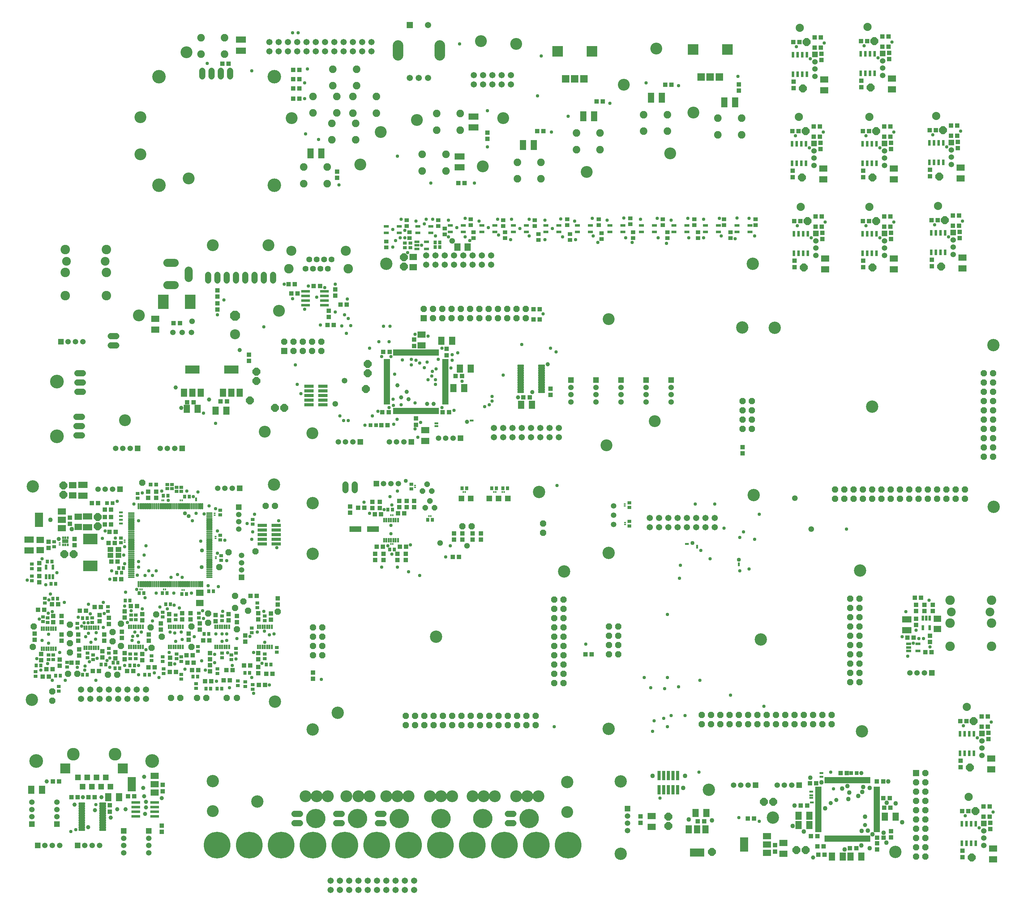
<source format=gbr>
G04 EAGLE Gerber RS-274X export*
G75*
%MOMM*%
%FSLAX34Y34*%
%LPD*%
%INSoldermask Top*%
%IPPOS*%
%AMOC8*
5,1,8,0,0,1.08239X$1,22.5*%
G01*
%ADD10C,3.378200*%
%ADD11C,5.283200*%
%ADD12C,2.235200*%
%ADD13C,3.759200*%
%ADD14C,3.251200*%
%ADD15C,3.703200*%
%ADD16R,0.473200X1.703200*%
%ADD17R,1.703200X0.473200*%
%ADD18R,1.103200X0.903200*%
%ADD19R,1.603200X1.403200*%
%ADD20R,1.303200X1.203200*%
%ADD21R,2.003200X1.803200*%
%ADD22R,0.903200X1.103200*%
%ADD23C,0.275422*%
%ADD24R,1.203200X1.303200*%
%ADD25R,2.603200X0.963200*%
%ADD26R,1.003200X1.003200*%
%ADD27P,2.309387X8X202.500000*%
%ADD28R,0.553200X0.453200*%
%ADD29P,2.309387X8X22.500000*%
%ADD30R,0.453200X0.553200*%
%ADD31R,0.483200X0.633200*%
%ADD32R,1.403200X0.803200*%
%ADD33R,1.177100X1.001900*%
%ADD34R,2.984500X2.984500*%
%ADD35R,2.003200X2.003200*%
%ADD36R,0.963200X2.603200*%
%ADD37P,1.869504X8X112.500000*%
%ADD38P,1.869504X8X22.500000*%
%ADD39C,2.603200*%
%ADD40C,2.403200*%
%ADD41C,2.082800*%
%ADD42R,1.511200X1.511200*%
%ADD43C,1.511200*%
%ADD44P,1.649562X8X22.500000*%
%ADD45C,1.727200*%
%ADD46R,1.600200X1.600200*%
%ADD47C,3.479800*%
%ADD48R,2.679700X2.679700*%
%ADD49R,1.403200X0.753200*%
%ADD50R,0.508000X1.193800*%
%ADD51R,0.803200X1.403200*%
%ADD52R,2.603200X1.803200*%
%ADD53R,0.503200X0.653200*%
%ADD54R,1.700000X1.000000*%
%ADD55R,2.209800X1.701800*%
%ADD56R,2.209800X4.013200*%
%ADD57R,4.003200X3.003200*%
%ADD58P,1.869504X8X202.500000*%
%ADD59R,1.701800X2.209800*%
%ADD60R,4.013200X2.209800*%
%ADD61R,1.283200X1.253200*%
%ADD62R,1.253200X1.283200*%
%ADD63R,2.203200X1.703200*%
%ADD64R,1.703200X2.203200*%
%ADD65C,1.711200*%
%ADD66C,0.306600*%
%ADD67R,0.803200X1.603200*%
%ADD68R,2.403200X0.803200*%
%ADD69C,1.625600*%
%ADD70C,2.753200*%
%ADD71R,1.700000X2.800000*%
%ADD72R,2.800000X1.700000*%
%ADD73R,1.711200X1.711200*%
%ADD74C,2.903200*%
%ADD75R,1.727200X1.727200*%
%ADD76R,3.203200X1.603200*%
%ADD77C,2.203200*%
%ADD78C,2.743200*%
%ADD79P,2.969212X8X112.500000*%
%ADD80P,1.869504X8X292.500000*%
%ADD81R,0.633200X0.483200*%
%ADD82R,3.003200X4.003200*%
%ADD83R,1.803200X2.003200*%
%ADD84C,0.959600*%
%ADD85C,1.159600*%
%ADD86C,1.259600*%
%ADD87C,1.553200*%
%ADD88C,7.315200*%
%ADD89C,1.109600*%


D10*
X824230Y943610D03*
X1512570Y895350D03*
X824230Y462280D03*
X1634490Y946150D03*
X2322830Y897890D03*
X1634998Y464566D03*
X2000250Y1563624D03*
X2688336Y1515364D03*
X2031492Y1104646D03*
X1521460Y318770D03*
X1667510Y320040D03*
X673100Y265430D03*
X55880Y543560D03*
X58420Y1127760D03*
X718820Y1132840D03*
X721360Y538480D03*
X1162050Y716280D03*
X2051050Y708660D03*
X2355850Y1346200D03*
X1443990Y1112520D03*
X824230Y1082040D03*
X2688590Y1071880D03*
X2089150Y1562100D03*
X892810Y508000D03*
X2327910Y457200D03*
X551180Y321310D03*
X2084070Y220980D03*
X2419350Y127000D03*
X1908810Y297180D03*
X1667510Y121920D03*
D11*
X833120Y218440D03*
X947420Y218440D03*
X1061720Y218440D03*
X1176020Y218440D03*
X1290320Y218440D03*
X1417320Y218440D03*
D12*
X2158246Y2384044D03*
D13*
X67310Y375920D03*
X384810Y375920D03*
D14*
X551180Y1788160D03*
X703580Y1788160D03*
X478790Y2316480D03*
X353060Y2138680D03*
X767080Y2136140D03*
X485140Y1971040D03*
X1290320Y2004060D03*
X1803400Y2039620D03*
X1381760Y2339340D03*
X1765300Y2326640D03*
X348437Y1596136D03*
X731977Y1608785D03*
X310337Y1309091D03*
X823443Y1273454D03*
X1628546Y1240536D03*
X1635049Y1585849D03*
X353060Y2037080D03*
X1760677Y1306500D03*
X1574800Y1988820D03*
X1676400Y2227580D03*
X1866900Y2151380D03*
X1346200Y2136140D03*
X1109980Y2131060D03*
X955040Y2009140D03*
X1010920Y2098040D03*
X1285240Y2346960D03*
X693420Y1277620D03*
X1521460Y236220D03*
X551180Y238760D03*
D12*
X2343666Y2386584D03*
X2155706Y2140204D03*
X2348746Y2140204D03*
X2160786Y1893824D03*
X2348746Y1893824D03*
X2536706Y1896364D03*
X2531626Y2142744D03*
X2620526Y278384D03*
X2615446Y524764D03*
D10*
X2029460Y1737360D03*
X1026160Y1737360D03*
D13*
X124460Y1414780D03*
X124460Y1264920D03*
D15*
X719340Y2250080D03*
X403340Y2250080D03*
X719340Y1953080D03*
X403340Y1953080D03*
D16*
X2348540Y323840D03*
X2343540Y323840D03*
X2338540Y323840D03*
X2333540Y323840D03*
X2328540Y323840D03*
X2323540Y323840D03*
X2318540Y323840D03*
X2313540Y323840D03*
X2308540Y323840D03*
X2303540Y323840D03*
X2298540Y323840D03*
X2293540Y323840D03*
X2288540Y323840D03*
X2283540Y323840D03*
X2278540Y323840D03*
X2273540Y323840D03*
X2268540Y323840D03*
X2263540Y323840D03*
X2258540Y323840D03*
X2253540Y323840D03*
X2248540Y323840D03*
X2243540Y323840D03*
X2238540Y323840D03*
X2233540Y323840D03*
X2228540Y323840D03*
D17*
X2208540Y303840D03*
X2208540Y298840D03*
X2208540Y293840D03*
X2208540Y288840D03*
X2208540Y283840D03*
X2208540Y278840D03*
X2208540Y273840D03*
X2208540Y268840D03*
X2208540Y263840D03*
X2208540Y258840D03*
X2208540Y253840D03*
X2208540Y248840D03*
X2208540Y243840D03*
X2208540Y238840D03*
X2208540Y233840D03*
X2208540Y228840D03*
X2208540Y223840D03*
X2208540Y218840D03*
X2208540Y213840D03*
X2208540Y208840D03*
X2208540Y203840D03*
X2208540Y198840D03*
X2208540Y193840D03*
X2208540Y188840D03*
X2208540Y183840D03*
D16*
X2228540Y163840D03*
X2233540Y163840D03*
X2238540Y163840D03*
X2243540Y163840D03*
X2248540Y163840D03*
X2253540Y163840D03*
X2258540Y163840D03*
X2263540Y163840D03*
X2268540Y163840D03*
X2273540Y163840D03*
X2278540Y163840D03*
X2283540Y163840D03*
X2288540Y163840D03*
X2293540Y163840D03*
X2298540Y163840D03*
X2303540Y163840D03*
X2308540Y163840D03*
X2313540Y163840D03*
X2318540Y163840D03*
X2323540Y163840D03*
X2328540Y163840D03*
X2333540Y163840D03*
X2338540Y163840D03*
X2343540Y163840D03*
X2348540Y163840D03*
D17*
X2368540Y183840D03*
X2368540Y188840D03*
X2368540Y193840D03*
X2368540Y198840D03*
X2368540Y203840D03*
X2368540Y208840D03*
X2368540Y213840D03*
X2368540Y218840D03*
X2368540Y223840D03*
X2368540Y228840D03*
X2368540Y233840D03*
X2368540Y238840D03*
X2368540Y243840D03*
X2368540Y248840D03*
X2368540Y253840D03*
X2368540Y258840D03*
X2368540Y263840D03*
X2368540Y268840D03*
X2368540Y273840D03*
X2368540Y278840D03*
X2368540Y283840D03*
X2368540Y288840D03*
X2368540Y293840D03*
X2368540Y298840D03*
X2368540Y303840D03*
D18*
X660400Y1024740D03*
X660400Y1037740D03*
D19*
X292940Y939420D03*
X292940Y955420D03*
X270940Y955420D03*
X270940Y939420D03*
D20*
X282820Y972820D03*
X265820Y972820D03*
X273440Y922020D03*
X290440Y922020D03*
D21*
X515620Y836960D03*
X515620Y808960D03*
D22*
X473560Y1099820D03*
X486560Y1099820D03*
D20*
X374142Y1096654D03*
X374142Y1113654D03*
D23*
X347879Y868379D02*
X347879Y853501D01*
X345801Y853501D01*
X345801Y868379D01*
X347879Y868379D01*
X347879Y856117D02*
X345801Y856117D01*
X345801Y858733D02*
X347879Y858733D01*
X347879Y861349D02*
X345801Y861349D01*
X345801Y863965D02*
X347879Y863965D01*
X347879Y866581D02*
X345801Y866581D01*
X352879Y868379D02*
X352879Y853501D01*
X350801Y853501D01*
X350801Y868379D01*
X352879Y868379D01*
X352879Y856117D02*
X350801Y856117D01*
X350801Y858733D02*
X352879Y858733D01*
X352879Y861349D02*
X350801Y861349D01*
X350801Y863965D02*
X352879Y863965D01*
X352879Y866581D02*
X350801Y866581D01*
X357879Y868379D02*
X357879Y853501D01*
X355801Y853501D01*
X355801Y868379D01*
X357879Y868379D01*
X357879Y856117D02*
X355801Y856117D01*
X355801Y858733D02*
X357879Y858733D01*
X357879Y861349D02*
X355801Y861349D01*
X355801Y863965D02*
X357879Y863965D01*
X357879Y866581D02*
X355801Y866581D01*
X362879Y868379D02*
X362879Y853501D01*
X360801Y853501D01*
X360801Y868379D01*
X362879Y868379D01*
X362879Y856117D02*
X360801Y856117D01*
X360801Y858733D02*
X362879Y858733D01*
X362879Y861349D02*
X360801Y861349D01*
X360801Y863965D02*
X362879Y863965D01*
X362879Y866581D02*
X360801Y866581D01*
X367879Y868379D02*
X367879Y853501D01*
X365801Y853501D01*
X365801Y868379D01*
X367879Y868379D01*
X367879Y856117D02*
X365801Y856117D01*
X365801Y858733D02*
X367879Y858733D01*
X367879Y861349D02*
X365801Y861349D01*
X365801Y863965D02*
X367879Y863965D01*
X367879Y866581D02*
X365801Y866581D01*
X372879Y868379D02*
X372879Y853501D01*
X370801Y853501D01*
X370801Y868379D01*
X372879Y868379D01*
X372879Y856117D02*
X370801Y856117D01*
X370801Y858733D02*
X372879Y858733D01*
X372879Y861349D02*
X370801Y861349D01*
X370801Y863965D02*
X372879Y863965D01*
X372879Y866581D02*
X370801Y866581D01*
X377879Y868379D02*
X377879Y853501D01*
X375801Y853501D01*
X375801Y868379D01*
X377879Y868379D01*
X377879Y856117D02*
X375801Y856117D01*
X375801Y858733D02*
X377879Y858733D01*
X377879Y861349D02*
X375801Y861349D01*
X375801Y863965D02*
X377879Y863965D01*
X377879Y866581D02*
X375801Y866581D01*
X382879Y868379D02*
X382879Y853501D01*
X380801Y853501D01*
X380801Y868379D01*
X382879Y868379D01*
X382879Y856117D02*
X380801Y856117D01*
X380801Y858733D02*
X382879Y858733D01*
X382879Y861349D02*
X380801Y861349D01*
X380801Y863965D02*
X382879Y863965D01*
X382879Y866581D02*
X380801Y866581D01*
X387879Y868379D02*
X387879Y853501D01*
X385801Y853501D01*
X385801Y868379D01*
X387879Y868379D01*
X387879Y856117D02*
X385801Y856117D01*
X385801Y858733D02*
X387879Y858733D01*
X387879Y861349D02*
X385801Y861349D01*
X385801Y863965D02*
X387879Y863965D01*
X387879Y866581D02*
X385801Y866581D01*
X392879Y868379D02*
X392879Y853501D01*
X390801Y853501D01*
X390801Y868379D01*
X392879Y868379D01*
X392879Y856117D02*
X390801Y856117D01*
X390801Y858733D02*
X392879Y858733D01*
X392879Y861349D02*
X390801Y861349D01*
X390801Y863965D02*
X392879Y863965D01*
X392879Y866581D02*
X390801Y866581D01*
X397879Y868379D02*
X397879Y853501D01*
X395801Y853501D01*
X395801Y868379D01*
X397879Y868379D01*
X397879Y856117D02*
X395801Y856117D01*
X395801Y858733D02*
X397879Y858733D01*
X397879Y861349D02*
X395801Y861349D01*
X395801Y863965D02*
X397879Y863965D01*
X397879Y866581D02*
X395801Y866581D01*
X402879Y868379D02*
X402879Y853501D01*
X400801Y853501D01*
X400801Y868379D01*
X402879Y868379D01*
X402879Y856117D02*
X400801Y856117D01*
X400801Y858733D02*
X402879Y858733D01*
X402879Y861349D02*
X400801Y861349D01*
X400801Y863965D02*
X402879Y863965D01*
X402879Y866581D02*
X400801Y866581D01*
X407879Y868379D02*
X407879Y853501D01*
X405801Y853501D01*
X405801Y868379D01*
X407879Y868379D01*
X407879Y856117D02*
X405801Y856117D01*
X405801Y858733D02*
X407879Y858733D01*
X407879Y861349D02*
X405801Y861349D01*
X405801Y863965D02*
X407879Y863965D01*
X407879Y866581D02*
X405801Y866581D01*
X412879Y868379D02*
X412879Y853501D01*
X410801Y853501D01*
X410801Y868379D01*
X412879Y868379D01*
X412879Y856117D02*
X410801Y856117D01*
X410801Y858733D02*
X412879Y858733D01*
X412879Y861349D02*
X410801Y861349D01*
X410801Y863965D02*
X412879Y863965D01*
X412879Y866581D02*
X410801Y866581D01*
X417879Y868379D02*
X417879Y853501D01*
X415801Y853501D01*
X415801Y868379D01*
X417879Y868379D01*
X417879Y856117D02*
X415801Y856117D01*
X415801Y858733D02*
X417879Y858733D01*
X417879Y861349D02*
X415801Y861349D01*
X415801Y863965D02*
X417879Y863965D01*
X417879Y866581D02*
X415801Y866581D01*
X422879Y868379D02*
X422879Y853501D01*
X420801Y853501D01*
X420801Y868379D01*
X422879Y868379D01*
X422879Y856117D02*
X420801Y856117D01*
X420801Y858733D02*
X422879Y858733D01*
X422879Y861349D02*
X420801Y861349D01*
X420801Y863965D02*
X422879Y863965D01*
X422879Y866581D02*
X420801Y866581D01*
X427879Y868379D02*
X427879Y853501D01*
X425801Y853501D01*
X425801Y868379D01*
X427879Y868379D01*
X427879Y856117D02*
X425801Y856117D01*
X425801Y858733D02*
X427879Y858733D01*
X427879Y861349D02*
X425801Y861349D01*
X425801Y863965D02*
X427879Y863965D01*
X427879Y866581D02*
X425801Y866581D01*
X432879Y868379D02*
X432879Y853501D01*
X430801Y853501D01*
X430801Y868379D01*
X432879Y868379D01*
X432879Y856117D02*
X430801Y856117D01*
X430801Y858733D02*
X432879Y858733D01*
X432879Y861349D02*
X430801Y861349D01*
X430801Y863965D02*
X432879Y863965D01*
X432879Y866581D02*
X430801Y866581D01*
X437879Y868379D02*
X437879Y853501D01*
X435801Y853501D01*
X435801Y868379D01*
X437879Y868379D01*
X437879Y856117D02*
X435801Y856117D01*
X435801Y858733D02*
X437879Y858733D01*
X437879Y861349D02*
X435801Y861349D01*
X435801Y863965D02*
X437879Y863965D01*
X437879Y866581D02*
X435801Y866581D01*
X442879Y868379D02*
X442879Y853501D01*
X440801Y853501D01*
X440801Y868379D01*
X442879Y868379D01*
X442879Y856117D02*
X440801Y856117D01*
X440801Y858733D02*
X442879Y858733D01*
X442879Y861349D02*
X440801Y861349D01*
X440801Y863965D02*
X442879Y863965D01*
X442879Y866581D02*
X440801Y866581D01*
X447879Y868379D02*
X447879Y853501D01*
X445801Y853501D01*
X445801Y868379D01*
X447879Y868379D01*
X447879Y856117D02*
X445801Y856117D01*
X445801Y858733D02*
X447879Y858733D01*
X447879Y861349D02*
X445801Y861349D01*
X445801Y863965D02*
X447879Y863965D01*
X447879Y866581D02*
X445801Y866581D01*
X452879Y868379D02*
X452879Y853501D01*
X450801Y853501D01*
X450801Y868379D01*
X452879Y868379D01*
X452879Y856117D02*
X450801Y856117D01*
X450801Y858733D02*
X452879Y858733D01*
X452879Y861349D02*
X450801Y861349D01*
X450801Y863965D02*
X452879Y863965D01*
X452879Y866581D02*
X450801Y866581D01*
X457879Y868379D02*
X457879Y853501D01*
X455801Y853501D01*
X455801Y868379D01*
X457879Y868379D01*
X457879Y856117D02*
X455801Y856117D01*
X455801Y858733D02*
X457879Y858733D01*
X457879Y861349D02*
X455801Y861349D01*
X455801Y863965D02*
X457879Y863965D01*
X457879Y866581D02*
X455801Y866581D01*
X462879Y868379D02*
X462879Y853501D01*
X460801Y853501D01*
X460801Y868379D01*
X462879Y868379D01*
X462879Y856117D02*
X460801Y856117D01*
X460801Y858733D02*
X462879Y858733D01*
X462879Y861349D02*
X460801Y861349D01*
X460801Y863965D02*
X462879Y863965D01*
X462879Y866581D02*
X460801Y866581D01*
X467879Y868379D02*
X467879Y853501D01*
X465801Y853501D01*
X465801Y868379D01*
X467879Y868379D01*
X467879Y856117D02*
X465801Y856117D01*
X465801Y858733D02*
X467879Y858733D01*
X467879Y861349D02*
X465801Y861349D01*
X465801Y863965D02*
X467879Y863965D01*
X467879Y866581D02*
X465801Y866581D01*
X472879Y868379D02*
X472879Y853501D01*
X470801Y853501D01*
X470801Y868379D01*
X472879Y868379D01*
X472879Y856117D02*
X470801Y856117D01*
X470801Y858733D02*
X472879Y858733D01*
X472879Y861349D02*
X470801Y861349D01*
X470801Y863965D02*
X472879Y863965D01*
X472879Y866581D02*
X470801Y866581D01*
X477879Y868379D02*
X477879Y853501D01*
X475801Y853501D01*
X475801Y868379D01*
X477879Y868379D01*
X477879Y856117D02*
X475801Y856117D01*
X475801Y858733D02*
X477879Y858733D01*
X477879Y861349D02*
X475801Y861349D01*
X475801Y863965D02*
X477879Y863965D01*
X477879Y866581D02*
X475801Y866581D01*
X482879Y868379D02*
X482879Y853501D01*
X480801Y853501D01*
X480801Y868379D01*
X482879Y868379D01*
X482879Y856117D02*
X480801Y856117D01*
X480801Y858733D02*
X482879Y858733D01*
X482879Y861349D02*
X480801Y861349D01*
X480801Y863965D02*
X482879Y863965D01*
X482879Y866581D02*
X480801Y866581D01*
X487879Y868379D02*
X487879Y853501D01*
X485801Y853501D01*
X485801Y868379D01*
X487879Y868379D01*
X487879Y856117D02*
X485801Y856117D01*
X485801Y858733D02*
X487879Y858733D01*
X487879Y861349D02*
X485801Y861349D01*
X485801Y863965D02*
X487879Y863965D01*
X487879Y866581D02*
X485801Y866581D01*
X492879Y868379D02*
X492879Y853501D01*
X490801Y853501D01*
X490801Y868379D01*
X492879Y868379D01*
X492879Y856117D02*
X490801Y856117D01*
X490801Y858733D02*
X492879Y858733D01*
X492879Y861349D02*
X490801Y861349D01*
X490801Y863965D02*
X492879Y863965D01*
X492879Y866581D02*
X490801Y866581D01*
X497879Y868379D02*
X497879Y853501D01*
X495801Y853501D01*
X495801Y868379D01*
X497879Y868379D01*
X497879Y856117D02*
X495801Y856117D01*
X495801Y858733D02*
X497879Y858733D01*
X497879Y861349D02*
X495801Y861349D01*
X495801Y863965D02*
X497879Y863965D01*
X497879Y866581D02*
X495801Y866581D01*
X502879Y868379D02*
X502879Y853501D01*
X500801Y853501D01*
X500801Y868379D01*
X502879Y868379D01*
X502879Y856117D02*
X500801Y856117D01*
X500801Y858733D02*
X502879Y858733D01*
X502879Y861349D02*
X500801Y861349D01*
X500801Y863965D02*
X502879Y863965D01*
X502879Y866581D02*
X500801Y866581D01*
X507879Y868379D02*
X507879Y853501D01*
X505801Y853501D01*
X505801Y868379D01*
X507879Y868379D01*
X507879Y856117D02*
X505801Y856117D01*
X505801Y858733D02*
X507879Y858733D01*
X507879Y861349D02*
X505801Y861349D01*
X505801Y863965D02*
X507879Y863965D01*
X507879Y866581D02*
X505801Y866581D01*
X512879Y868379D02*
X512879Y853501D01*
X510801Y853501D01*
X510801Y868379D01*
X512879Y868379D01*
X512879Y856117D02*
X510801Y856117D01*
X510801Y858733D02*
X512879Y858733D01*
X512879Y861349D02*
X510801Y861349D01*
X510801Y863965D02*
X512879Y863965D01*
X512879Y866581D02*
X510801Y866581D01*
X517879Y868379D02*
X517879Y853501D01*
X515801Y853501D01*
X515801Y868379D01*
X517879Y868379D01*
X517879Y856117D02*
X515801Y856117D01*
X515801Y858733D02*
X517879Y858733D01*
X517879Y861349D02*
X515801Y861349D01*
X515801Y863965D02*
X517879Y863965D01*
X517879Y866581D02*
X515801Y866581D01*
X522879Y868379D02*
X522879Y853501D01*
X520801Y853501D01*
X520801Y868379D01*
X522879Y868379D01*
X522879Y856117D02*
X520801Y856117D01*
X520801Y858733D02*
X522879Y858733D01*
X522879Y861349D02*
X520801Y861349D01*
X520801Y863965D02*
X522879Y863965D01*
X522879Y866581D02*
X520801Y866581D01*
X522879Y1067101D02*
X522879Y1081979D01*
X522879Y1067101D02*
X520801Y1067101D01*
X520801Y1081979D01*
X522879Y1081979D01*
X522879Y1069717D02*
X520801Y1069717D01*
X520801Y1072333D02*
X522879Y1072333D01*
X522879Y1074949D02*
X520801Y1074949D01*
X520801Y1077565D02*
X522879Y1077565D01*
X522879Y1080181D02*
X520801Y1080181D01*
X517879Y1081979D02*
X517879Y1067101D01*
X515801Y1067101D01*
X515801Y1081979D01*
X517879Y1081979D01*
X517879Y1069717D02*
X515801Y1069717D01*
X515801Y1072333D02*
X517879Y1072333D01*
X517879Y1074949D02*
X515801Y1074949D01*
X515801Y1077565D02*
X517879Y1077565D01*
X517879Y1080181D02*
X515801Y1080181D01*
X512879Y1081979D02*
X512879Y1067101D01*
X510801Y1067101D01*
X510801Y1081979D01*
X512879Y1081979D01*
X512879Y1069717D02*
X510801Y1069717D01*
X510801Y1072333D02*
X512879Y1072333D01*
X512879Y1074949D02*
X510801Y1074949D01*
X510801Y1077565D02*
X512879Y1077565D01*
X512879Y1080181D02*
X510801Y1080181D01*
X507879Y1081979D02*
X507879Y1067101D01*
X505801Y1067101D01*
X505801Y1081979D01*
X507879Y1081979D01*
X507879Y1069717D02*
X505801Y1069717D01*
X505801Y1072333D02*
X507879Y1072333D01*
X507879Y1074949D02*
X505801Y1074949D01*
X505801Y1077565D02*
X507879Y1077565D01*
X507879Y1080181D02*
X505801Y1080181D01*
X502879Y1081979D02*
X502879Y1067101D01*
X500801Y1067101D01*
X500801Y1081979D01*
X502879Y1081979D01*
X502879Y1069717D02*
X500801Y1069717D01*
X500801Y1072333D02*
X502879Y1072333D01*
X502879Y1074949D02*
X500801Y1074949D01*
X500801Y1077565D02*
X502879Y1077565D01*
X502879Y1080181D02*
X500801Y1080181D01*
X497879Y1081979D02*
X497879Y1067101D01*
X495801Y1067101D01*
X495801Y1081979D01*
X497879Y1081979D01*
X497879Y1069717D02*
X495801Y1069717D01*
X495801Y1072333D02*
X497879Y1072333D01*
X497879Y1074949D02*
X495801Y1074949D01*
X495801Y1077565D02*
X497879Y1077565D01*
X497879Y1080181D02*
X495801Y1080181D01*
X492879Y1081979D02*
X492879Y1067101D01*
X490801Y1067101D01*
X490801Y1081979D01*
X492879Y1081979D01*
X492879Y1069717D02*
X490801Y1069717D01*
X490801Y1072333D02*
X492879Y1072333D01*
X492879Y1074949D02*
X490801Y1074949D01*
X490801Y1077565D02*
X492879Y1077565D01*
X492879Y1080181D02*
X490801Y1080181D01*
X487879Y1081979D02*
X487879Y1067101D01*
X485801Y1067101D01*
X485801Y1081979D01*
X487879Y1081979D01*
X487879Y1069717D02*
X485801Y1069717D01*
X485801Y1072333D02*
X487879Y1072333D01*
X487879Y1074949D02*
X485801Y1074949D01*
X485801Y1077565D02*
X487879Y1077565D01*
X487879Y1080181D02*
X485801Y1080181D01*
X482879Y1081979D02*
X482879Y1067101D01*
X480801Y1067101D01*
X480801Y1081979D01*
X482879Y1081979D01*
X482879Y1069717D02*
X480801Y1069717D01*
X480801Y1072333D02*
X482879Y1072333D01*
X482879Y1074949D02*
X480801Y1074949D01*
X480801Y1077565D02*
X482879Y1077565D01*
X482879Y1080181D02*
X480801Y1080181D01*
X477879Y1081979D02*
X477879Y1067101D01*
X475801Y1067101D01*
X475801Y1081979D01*
X477879Y1081979D01*
X477879Y1069717D02*
X475801Y1069717D01*
X475801Y1072333D02*
X477879Y1072333D01*
X477879Y1074949D02*
X475801Y1074949D01*
X475801Y1077565D02*
X477879Y1077565D01*
X477879Y1080181D02*
X475801Y1080181D01*
X472879Y1081979D02*
X472879Y1067101D01*
X470801Y1067101D01*
X470801Y1081979D01*
X472879Y1081979D01*
X472879Y1069717D02*
X470801Y1069717D01*
X470801Y1072333D02*
X472879Y1072333D01*
X472879Y1074949D02*
X470801Y1074949D01*
X470801Y1077565D02*
X472879Y1077565D01*
X472879Y1080181D02*
X470801Y1080181D01*
X467879Y1081979D02*
X467879Y1067101D01*
X465801Y1067101D01*
X465801Y1081979D01*
X467879Y1081979D01*
X467879Y1069717D02*
X465801Y1069717D01*
X465801Y1072333D02*
X467879Y1072333D01*
X467879Y1074949D02*
X465801Y1074949D01*
X465801Y1077565D02*
X467879Y1077565D01*
X467879Y1080181D02*
X465801Y1080181D01*
X462879Y1081979D02*
X462879Y1067101D01*
X460801Y1067101D01*
X460801Y1081979D01*
X462879Y1081979D01*
X462879Y1069717D02*
X460801Y1069717D01*
X460801Y1072333D02*
X462879Y1072333D01*
X462879Y1074949D02*
X460801Y1074949D01*
X460801Y1077565D02*
X462879Y1077565D01*
X462879Y1080181D02*
X460801Y1080181D01*
X457879Y1081979D02*
X457879Y1067101D01*
X455801Y1067101D01*
X455801Y1081979D01*
X457879Y1081979D01*
X457879Y1069717D02*
X455801Y1069717D01*
X455801Y1072333D02*
X457879Y1072333D01*
X457879Y1074949D02*
X455801Y1074949D01*
X455801Y1077565D02*
X457879Y1077565D01*
X457879Y1080181D02*
X455801Y1080181D01*
X452879Y1081979D02*
X452879Y1067101D01*
X450801Y1067101D01*
X450801Y1081979D01*
X452879Y1081979D01*
X452879Y1069717D02*
X450801Y1069717D01*
X450801Y1072333D02*
X452879Y1072333D01*
X452879Y1074949D02*
X450801Y1074949D01*
X450801Y1077565D02*
X452879Y1077565D01*
X452879Y1080181D02*
X450801Y1080181D01*
X447879Y1081979D02*
X447879Y1067101D01*
X445801Y1067101D01*
X445801Y1081979D01*
X447879Y1081979D01*
X447879Y1069717D02*
X445801Y1069717D01*
X445801Y1072333D02*
X447879Y1072333D01*
X447879Y1074949D02*
X445801Y1074949D01*
X445801Y1077565D02*
X447879Y1077565D01*
X447879Y1080181D02*
X445801Y1080181D01*
X442879Y1081979D02*
X442879Y1067101D01*
X440801Y1067101D01*
X440801Y1081979D01*
X442879Y1081979D01*
X442879Y1069717D02*
X440801Y1069717D01*
X440801Y1072333D02*
X442879Y1072333D01*
X442879Y1074949D02*
X440801Y1074949D01*
X440801Y1077565D02*
X442879Y1077565D01*
X442879Y1080181D02*
X440801Y1080181D01*
X437879Y1081979D02*
X437879Y1067101D01*
X435801Y1067101D01*
X435801Y1081979D01*
X437879Y1081979D01*
X437879Y1069717D02*
X435801Y1069717D01*
X435801Y1072333D02*
X437879Y1072333D01*
X437879Y1074949D02*
X435801Y1074949D01*
X435801Y1077565D02*
X437879Y1077565D01*
X437879Y1080181D02*
X435801Y1080181D01*
X432879Y1081979D02*
X432879Y1067101D01*
X430801Y1067101D01*
X430801Y1081979D01*
X432879Y1081979D01*
X432879Y1069717D02*
X430801Y1069717D01*
X430801Y1072333D02*
X432879Y1072333D01*
X432879Y1074949D02*
X430801Y1074949D01*
X430801Y1077565D02*
X432879Y1077565D01*
X432879Y1080181D02*
X430801Y1080181D01*
X427879Y1081979D02*
X427879Y1067101D01*
X425801Y1067101D01*
X425801Y1081979D01*
X427879Y1081979D01*
X427879Y1069717D02*
X425801Y1069717D01*
X425801Y1072333D02*
X427879Y1072333D01*
X427879Y1074949D02*
X425801Y1074949D01*
X425801Y1077565D02*
X427879Y1077565D01*
X427879Y1080181D02*
X425801Y1080181D01*
X422879Y1081979D02*
X422879Y1067101D01*
X420801Y1067101D01*
X420801Y1081979D01*
X422879Y1081979D01*
X422879Y1069717D02*
X420801Y1069717D01*
X420801Y1072333D02*
X422879Y1072333D01*
X422879Y1074949D02*
X420801Y1074949D01*
X420801Y1077565D02*
X422879Y1077565D01*
X422879Y1080181D02*
X420801Y1080181D01*
X417879Y1081979D02*
X417879Y1067101D01*
X415801Y1067101D01*
X415801Y1081979D01*
X417879Y1081979D01*
X417879Y1069717D02*
X415801Y1069717D01*
X415801Y1072333D02*
X417879Y1072333D01*
X417879Y1074949D02*
X415801Y1074949D01*
X415801Y1077565D02*
X417879Y1077565D01*
X417879Y1080181D02*
X415801Y1080181D01*
X412879Y1081979D02*
X412879Y1067101D01*
X410801Y1067101D01*
X410801Y1081979D01*
X412879Y1081979D01*
X412879Y1069717D02*
X410801Y1069717D01*
X410801Y1072333D02*
X412879Y1072333D01*
X412879Y1074949D02*
X410801Y1074949D01*
X410801Y1077565D02*
X412879Y1077565D01*
X412879Y1080181D02*
X410801Y1080181D01*
X407879Y1081979D02*
X407879Y1067101D01*
X405801Y1067101D01*
X405801Y1081979D01*
X407879Y1081979D01*
X407879Y1069717D02*
X405801Y1069717D01*
X405801Y1072333D02*
X407879Y1072333D01*
X407879Y1074949D02*
X405801Y1074949D01*
X405801Y1077565D02*
X407879Y1077565D01*
X407879Y1080181D02*
X405801Y1080181D01*
X402879Y1081979D02*
X402879Y1067101D01*
X400801Y1067101D01*
X400801Y1081979D01*
X402879Y1081979D01*
X402879Y1069717D02*
X400801Y1069717D01*
X400801Y1072333D02*
X402879Y1072333D01*
X402879Y1074949D02*
X400801Y1074949D01*
X400801Y1077565D02*
X402879Y1077565D01*
X402879Y1080181D02*
X400801Y1080181D01*
X397879Y1081979D02*
X397879Y1067101D01*
X395801Y1067101D01*
X395801Y1081979D01*
X397879Y1081979D01*
X397879Y1069717D02*
X395801Y1069717D01*
X395801Y1072333D02*
X397879Y1072333D01*
X397879Y1074949D02*
X395801Y1074949D01*
X395801Y1077565D02*
X397879Y1077565D01*
X397879Y1080181D02*
X395801Y1080181D01*
X392879Y1081979D02*
X392879Y1067101D01*
X390801Y1067101D01*
X390801Y1081979D01*
X392879Y1081979D01*
X392879Y1069717D02*
X390801Y1069717D01*
X390801Y1072333D02*
X392879Y1072333D01*
X392879Y1074949D02*
X390801Y1074949D01*
X390801Y1077565D02*
X392879Y1077565D01*
X392879Y1080181D02*
X390801Y1080181D01*
X387879Y1081979D02*
X387879Y1067101D01*
X385801Y1067101D01*
X385801Y1081979D01*
X387879Y1081979D01*
X387879Y1069717D02*
X385801Y1069717D01*
X385801Y1072333D02*
X387879Y1072333D01*
X387879Y1074949D02*
X385801Y1074949D01*
X385801Y1077565D02*
X387879Y1077565D01*
X387879Y1080181D02*
X385801Y1080181D01*
X382879Y1081979D02*
X382879Y1067101D01*
X380801Y1067101D01*
X380801Y1081979D01*
X382879Y1081979D01*
X382879Y1069717D02*
X380801Y1069717D01*
X380801Y1072333D02*
X382879Y1072333D01*
X382879Y1074949D02*
X380801Y1074949D01*
X380801Y1077565D02*
X382879Y1077565D01*
X382879Y1080181D02*
X380801Y1080181D01*
X377879Y1081979D02*
X377879Y1067101D01*
X375801Y1067101D01*
X375801Y1081979D01*
X377879Y1081979D01*
X377879Y1069717D02*
X375801Y1069717D01*
X375801Y1072333D02*
X377879Y1072333D01*
X377879Y1074949D02*
X375801Y1074949D01*
X375801Y1077565D02*
X377879Y1077565D01*
X377879Y1080181D02*
X375801Y1080181D01*
X372879Y1081979D02*
X372879Y1067101D01*
X370801Y1067101D01*
X370801Y1081979D01*
X372879Y1081979D01*
X372879Y1069717D02*
X370801Y1069717D01*
X370801Y1072333D02*
X372879Y1072333D01*
X372879Y1074949D02*
X370801Y1074949D01*
X370801Y1077565D02*
X372879Y1077565D01*
X372879Y1080181D02*
X370801Y1080181D01*
X367879Y1081979D02*
X367879Y1067101D01*
X365801Y1067101D01*
X365801Y1081979D01*
X367879Y1081979D01*
X367879Y1069717D02*
X365801Y1069717D01*
X365801Y1072333D02*
X367879Y1072333D01*
X367879Y1074949D02*
X365801Y1074949D01*
X365801Y1077565D02*
X367879Y1077565D01*
X367879Y1080181D02*
X365801Y1080181D01*
X362879Y1081979D02*
X362879Y1067101D01*
X360801Y1067101D01*
X360801Y1081979D01*
X362879Y1081979D01*
X362879Y1069717D02*
X360801Y1069717D01*
X360801Y1072333D02*
X362879Y1072333D01*
X362879Y1074949D02*
X360801Y1074949D01*
X360801Y1077565D02*
X362879Y1077565D01*
X362879Y1080181D02*
X360801Y1080181D01*
X357879Y1081979D02*
X357879Y1067101D01*
X355801Y1067101D01*
X355801Y1081979D01*
X357879Y1081979D01*
X357879Y1069717D02*
X355801Y1069717D01*
X355801Y1072333D02*
X357879Y1072333D01*
X357879Y1074949D02*
X355801Y1074949D01*
X355801Y1077565D02*
X357879Y1077565D01*
X357879Y1080181D02*
X355801Y1080181D01*
X352879Y1081979D02*
X352879Y1067101D01*
X350801Y1067101D01*
X350801Y1081979D01*
X352879Y1081979D01*
X352879Y1069717D02*
X350801Y1069717D01*
X350801Y1072333D02*
X352879Y1072333D01*
X352879Y1074949D02*
X350801Y1074949D01*
X350801Y1077565D02*
X352879Y1077565D01*
X352879Y1080181D02*
X350801Y1080181D01*
X347879Y1081979D02*
X347879Y1067101D01*
X345801Y1067101D01*
X345801Y1081979D01*
X347879Y1081979D01*
X347879Y1069717D02*
X345801Y1069717D01*
X345801Y1072333D02*
X347879Y1072333D01*
X347879Y1074949D02*
X345801Y1074949D01*
X345801Y1077565D02*
X347879Y1077565D01*
X347879Y1080181D02*
X345801Y1080181D01*
X334979Y1054201D02*
X320101Y1054201D01*
X320101Y1056279D01*
X334979Y1056279D01*
X334979Y1054201D01*
X334979Y1049201D02*
X320101Y1049201D01*
X320101Y1051279D01*
X334979Y1051279D01*
X334979Y1049201D01*
X334979Y1044201D02*
X320101Y1044201D01*
X320101Y1046279D01*
X334979Y1046279D01*
X334979Y1044201D01*
X334979Y1039201D02*
X320101Y1039201D01*
X320101Y1041279D01*
X334979Y1041279D01*
X334979Y1039201D01*
X334979Y1034201D02*
X320101Y1034201D01*
X320101Y1036279D01*
X334979Y1036279D01*
X334979Y1034201D01*
X334979Y1029201D02*
X320101Y1029201D01*
X320101Y1031279D01*
X334979Y1031279D01*
X334979Y1029201D01*
X334979Y1024201D02*
X320101Y1024201D01*
X320101Y1026279D01*
X334979Y1026279D01*
X334979Y1024201D01*
X334979Y1019201D02*
X320101Y1019201D01*
X320101Y1021279D01*
X334979Y1021279D01*
X334979Y1019201D01*
X334979Y1014201D02*
X320101Y1014201D01*
X320101Y1016279D01*
X334979Y1016279D01*
X334979Y1014201D01*
X334979Y1009201D02*
X320101Y1009201D01*
X320101Y1011279D01*
X334979Y1011279D01*
X334979Y1009201D01*
X334979Y1004201D02*
X320101Y1004201D01*
X320101Y1006279D01*
X334979Y1006279D01*
X334979Y1004201D01*
X334979Y999201D02*
X320101Y999201D01*
X320101Y1001279D01*
X334979Y1001279D01*
X334979Y999201D01*
X334979Y994201D02*
X320101Y994201D01*
X320101Y996279D01*
X334979Y996279D01*
X334979Y994201D01*
X334979Y989201D02*
X320101Y989201D01*
X320101Y991279D01*
X334979Y991279D01*
X334979Y989201D01*
X334979Y984201D02*
X320101Y984201D01*
X320101Y986279D01*
X334979Y986279D01*
X334979Y984201D01*
X334979Y979201D02*
X320101Y979201D01*
X320101Y981279D01*
X334979Y981279D01*
X334979Y979201D01*
X334979Y974201D02*
X320101Y974201D01*
X320101Y976279D01*
X334979Y976279D01*
X334979Y974201D01*
X334979Y969201D02*
X320101Y969201D01*
X320101Y971279D01*
X334979Y971279D01*
X334979Y969201D01*
X334979Y964201D02*
X320101Y964201D01*
X320101Y966279D01*
X334979Y966279D01*
X334979Y964201D01*
X334979Y959201D02*
X320101Y959201D01*
X320101Y961279D01*
X334979Y961279D01*
X334979Y959201D01*
X334979Y954201D02*
X320101Y954201D01*
X320101Y956279D01*
X334979Y956279D01*
X334979Y954201D01*
X334979Y949201D02*
X320101Y949201D01*
X320101Y951279D01*
X334979Y951279D01*
X334979Y949201D01*
X334979Y944201D02*
X320101Y944201D01*
X320101Y946279D01*
X334979Y946279D01*
X334979Y944201D01*
X334979Y939201D02*
X320101Y939201D01*
X320101Y941279D01*
X334979Y941279D01*
X334979Y939201D01*
X334979Y934201D02*
X320101Y934201D01*
X320101Y936279D01*
X334979Y936279D01*
X334979Y934201D01*
X334979Y929201D02*
X320101Y929201D01*
X320101Y931279D01*
X334979Y931279D01*
X334979Y929201D01*
X334979Y924201D02*
X320101Y924201D01*
X320101Y926279D01*
X334979Y926279D01*
X334979Y924201D01*
X334979Y919201D02*
X320101Y919201D01*
X320101Y921279D01*
X334979Y921279D01*
X334979Y919201D01*
X334979Y914201D02*
X320101Y914201D01*
X320101Y916279D01*
X334979Y916279D01*
X334979Y914201D01*
X334979Y909201D02*
X320101Y909201D01*
X320101Y911279D01*
X334979Y911279D01*
X334979Y909201D01*
X334979Y904201D02*
X320101Y904201D01*
X320101Y906279D01*
X334979Y906279D01*
X334979Y904201D01*
X334979Y899201D02*
X320101Y899201D01*
X320101Y901279D01*
X334979Y901279D01*
X334979Y899201D01*
X334979Y894201D02*
X320101Y894201D01*
X320101Y896279D01*
X334979Y896279D01*
X334979Y894201D01*
X334979Y889201D02*
X320101Y889201D01*
X320101Y891279D01*
X334979Y891279D01*
X334979Y889201D01*
X334979Y884201D02*
X320101Y884201D01*
X320101Y886279D01*
X334979Y886279D01*
X334979Y884201D01*
X334979Y879201D02*
X320101Y879201D01*
X320101Y881279D01*
X334979Y881279D01*
X334979Y879201D01*
X533701Y879201D02*
X548579Y879201D01*
X533701Y879201D02*
X533701Y881279D01*
X548579Y881279D01*
X548579Y879201D01*
X548579Y884201D02*
X533701Y884201D01*
X533701Y886279D01*
X548579Y886279D01*
X548579Y884201D01*
X548579Y889201D02*
X533701Y889201D01*
X533701Y891279D01*
X548579Y891279D01*
X548579Y889201D01*
X548579Y894201D02*
X533701Y894201D01*
X533701Y896279D01*
X548579Y896279D01*
X548579Y894201D01*
X548579Y899201D02*
X533701Y899201D01*
X533701Y901279D01*
X548579Y901279D01*
X548579Y899201D01*
X548579Y904201D02*
X533701Y904201D01*
X533701Y906279D01*
X548579Y906279D01*
X548579Y904201D01*
X548579Y909201D02*
X533701Y909201D01*
X533701Y911279D01*
X548579Y911279D01*
X548579Y909201D01*
X548579Y914201D02*
X533701Y914201D01*
X533701Y916279D01*
X548579Y916279D01*
X548579Y914201D01*
X548579Y919201D02*
X533701Y919201D01*
X533701Y921279D01*
X548579Y921279D01*
X548579Y919201D01*
X548579Y924201D02*
X533701Y924201D01*
X533701Y926279D01*
X548579Y926279D01*
X548579Y924201D01*
X548579Y929201D02*
X533701Y929201D01*
X533701Y931279D01*
X548579Y931279D01*
X548579Y929201D01*
X548579Y934201D02*
X533701Y934201D01*
X533701Y936279D01*
X548579Y936279D01*
X548579Y934201D01*
X548579Y939201D02*
X533701Y939201D01*
X533701Y941279D01*
X548579Y941279D01*
X548579Y939201D01*
X548579Y944201D02*
X533701Y944201D01*
X533701Y946279D01*
X548579Y946279D01*
X548579Y944201D01*
X548579Y949201D02*
X533701Y949201D01*
X533701Y951279D01*
X548579Y951279D01*
X548579Y949201D01*
X548579Y954201D02*
X533701Y954201D01*
X533701Y956279D01*
X548579Y956279D01*
X548579Y954201D01*
X548579Y959201D02*
X533701Y959201D01*
X533701Y961279D01*
X548579Y961279D01*
X548579Y959201D01*
X548579Y964201D02*
X533701Y964201D01*
X533701Y966279D01*
X548579Y966279D01*
X548579Y964201D01*
X548579Y969201D02*
X533701Y969201D01*
X533701Y971279D01*
X548579Y971279D01*
X548579Y969201D01*
X548579Y974201D02*
X533701Y974201D01*
X533701Y976279D01*
X548579Y976279D01*
X548579Y974201D01*
X548579Y979201D02*
X533701Y979201D01*
X533701Y981279D01*
X548579Y981279D01*
X548579Y979201D01*
X548579Y984201D02*
X533701Y984201D01*
X533701Y986279D01*
X548579Y986279D01*
X548579Y984201D01*
X548579Y989201D02*
X533701Y989201D01*
X533701Y991279D01*
X548579Y991279D01*
X548579Y989201D01*
X548579Y994201D02*
X533701Y994201D01*
X533701Y996279D01*
X548579Y996279D01*
X548579Y994201D01*
X548579Y999201D02*
X533701Y999201D01*
X533701Y1001279D01*
X548579Y1001279D01*
X548579Y999201D01*
X548579Y1004201D02*
X533701Y1004201D01*
X533701Y1006279D01*
X548579Y1006279D01*
X548579Y1004201D01*
X548579Y1009201D02*
X533701Y1009201D01*
X533701Y1011279D01*
X548579Y1011279D01*
X548579Y1009201D01*
X548579Y1014201D02*
X533701Y1014201D01*
X533701Y1016279D01*
X548579Y1016279D01*
X548579Y1014201D01*
X548579Y1019201D02*
X533701Y1019201D01*
X533701Y1021279D01*
X548579Y1021279D01*
X548579Y1019201D01*
X548579Y1024201D02*
X533701Y1024201D01*
X533701Y1026279D01*
X548579Y1026279D01*
X548579Y1024201D01*
X548579Y1029201D02*
X533701Y1029201D01*
X533701Y1031279D01*
X548579Y1031279D01*
X548579Y1029201D01*
X548579Y1034201D02*
X533701Y1034201D01*
X533701Y1036279D01*
X548579Y1036279D01*
X548579Y1034201D01*
X548579Y1039201D02*
X533701Y1039201D01*
X533701Y1041279D01*
X548579Y1041279D01*
X548579Y1039201D01*
X548579Y1044201D02*
X533701Y1044201D01*
X533701Y1046279D01*
X548579Y1046279D01*
X548579Y1044201D01*
X548579Y1049201D02*
X533701Y1049201D01*
X533701Y1051279D01*
X548579Y1051279D01*
X548579Y1049201D01*
X548579Y1054201D02*
X533701Y1054201D01*
X533701Y1056279D01*
X548579Y1056279D01*
X548579Y1054201D01*
D22*
X415140Y1102944D03*
X428140Y1102944D03*
D24*
X300600Y873760D03*
X283600Y873760D03*
D25*
X724820Y970280D03*
X686420Y970280D03*
X724820Y982980D03*
X686420Y982980D03*
X724820Y995680D03*
X686420Y995680D03*
X724820Y1008380D03*
X686420Y1008380D03*
X724820Y1021080D03*
X686420Y1021080D03*
D18*
X571500Y1063140D03*
X571500Y1050140D03*
D20*
X396240Y1096400D03*
X396240Y1113400D03*
D26*
X381120Y1132840D03*
X396120Y1132840D03*
D27*
X236220Y1018540D03*
D22*
X306220Y904240D03*
X293220Y904240D03*
X300886Y891540D03*
X287886Y891540D03*
D28*
X558800Y990560D03*
X558800Y985560D03*
X559054Y935442D03*
X559054Y930442D03*
D29*
X236220Y1043940D03*
D30*
X462320Y1089660D03*
X467320Y1089660D03*
X411774Y1089660D03*
X416774Y1089660D03*
D24*
X272660Y1043940D03*
X255660Y1043940D03*
D31*
X297170Y1036320D03*
X302270Y1036320D03*
X297170Y1046480D03*
X302270Y1046480D03*
X297170Y1026160D03*
X302270Y1026160D03*
X297170Y1056640D03*
X302270Y1056640D03*
D24*
X272660Y1023620D03*
X255660Y1023620D03*
X272660Y1064260D03*
X255660Y1064260D03*
D32*
X1986060Y1824880D03*
X2022060Y1824880D03*
X2022060Y1842880D03*
X1986060Y1842880D03*
X1899700Y1824880D03*
X1935700Y1824880D03*
X1935700Y1842880D03*
X1899700Y1842880D03*
X1813340Y1824880D03*
X1849340Y1824880D03*
X1849340Y1842880D03*
X1813340Y1842880D03*
X1724440Y1824880D03*
X1760440Y1824880D03*
X1760440Y1842880D03*
X1724440Y1842880D03*
X1638080Y1824880D03*
X1674080Y1824880D03*
X1674080Y1842880D03*
X1638080Y1842880D03*
X1549180Y1824880D03*
X1585180Y1824880D03*
X1585180Y1842880D03*
X1549180Y1842880D03*
X1462820Y1824880D03*
X1498820Y1824880D03*
X1498820Y1842880D03*
X1462820Y1842880D03*
X1373920Y1824880D03*
X1409920Y1824880D03*
X1409920Y1842880D03*
X1373920Y1842880D03*
X1287560Y1824880D03*
X1323560Y1824880D03*
X1323560Y1842880D03*
X1287560Y1842880D03*
X1201200Y1824880D03*
X1237200Y1824880D03*
X1237200Y1842880D03*
X1201200Y1842880D03*
X1112300Y1822340D03*
X1148300Y1822340D03*
X1148300Y1840340D03*
X1112300Y1840340D03*
X1025940Y1822340D03*
X1061940Y1822340D03*
X1061940Y1840340D03*
X1025940Y1840340D03*
D33*
X2037080Y1843508D03*
X2037080Y1859812D03*
X1968500Y1824252D03*
X1968500Y1807948D03*
X1950720Y1843508D03*
X1950720Y1859812D03*
X1879600Y1824252D03*
X1879600Y1807948D03*
X1869440Y1843508D03*
X1869440Y1859812D03*
X1795780Y1824252D03*
X1795780Y1807948D03*
D34*
X1494955Y2319020D03*
X1588605Y2319020D03*
D35*
X1516780Y2244020D03*
X1541780Y2244020D03*
X1566780Y2244020D03*
D34*
X1865795Y2324100D03*
X1959445Y2324100D03*
D35*
X1887620Y2249100D03*
X1912620Y2249100D03*
X1937620Y2249100D03*
D36*
X1823720Y336200D03*
X1823720Y297800D03*
X1811020Y336200D03*
X1811020Y297800D03*
X1798320Y336200D03*
X1798320Y297800D03*
X1785620Y336200D03*
X1785620Y297800D03*
X1772920Y336200D03*
X1772920Y297800D03*
D37*
X850900Y665480D03*
X825500Y665480D03*
X850900Y690880D03*
X825500Y690880D03*
X850900Y716280D03*
X825500Y716280D03*
X850900Y741680D03*
X825500Y741680D03*
X1661160Y668020D03*
X1635760Y668020D03*
X1661160Y693420D03*
X1635760Y693420D03*
X1661160Y718820D03*
X1635760Y718820D03*
X1661160Y744220D03*
X1635760Y744220D03*
X2026920Y1285240D03*
X2001520Y1285240D03*
X2026920Y1310640D03*
X2001520Y1310640D03*
X2026920Y1336040D03*
X2001520Y1336040D03*
X2026920Y1361440D03*
X2001520Y1361440D03*
X1511300Y589280D03*
X1485900Y589280D03*
X1511300Y614680D03*
X1485900Y614680D03*
X1511300Y640080D03*
X1485900Y640080D03*
X1511300Y665480D03*
X1485900Y665480D03*
X1511300Y690880D03*
X1485900Y690880D03*
X1511300Y716280D03*
X1485900Y716280D03*
X1511300Y741680D03*
X1485900Y741680D03*
X1511300Y767080D03*
X1485900Y767080D03*
X1511300Y792480D03*
X1485900Y792480D03*
X1511300Y817880D03*
X1485900Y817880D03*
X2321560Y591820D03*
X2296160Y591820D03*
X2321560Y617220D03*
X2296160Y617220D03*
X2321560Y642620D03*
X2296160Y642620D03*
X2321560Y668020D03*
X2296160Y668020D03*
X2321560Y693420D03*
X2296160Y693420D03*
X2321560Y718820D03*
X2296160Y718820D03*
X2321560Y744220D03*
X2296160Y744220D03*
X2321560Y769620D03*
X2296160Y769620D03*
X2321560Y795020D03*
X2296160Y795020D03*
X2321560Y820420D03*
X2296160Y820420D03*
X2687320Y1209040D03*
X2661920Y1209040D03*
X2687320Y1234440D03*
X2661920Y1234440D03*
X2687320Y1259840D03*
X2661920Y1259840D03*
X2687320Y1285240D03*
X2661920Y1285240D03*
X2687320Y1310640D03*
X2661920Y1310640D03*
X2687320Y1336040D03*
X2661920Y1336040D03*
X2687320Y1361440D03*
X2661920Y1361440D03*
X2687320Y1386840D03*
X2661920Y1386840D03*
X2687320Y1412240D03*
X2661920Y1412240D03*
X2687320Y1437640D03*
X2661920Y1437640D03*
D38*
X1079246Y474472D03*
X1079246Y499872D03*
X1104646Y474472D03*
X1104646Y499872D03*
X1130046Y474472D03*
X1130046Y499872D03*
X1155446Y474472D03*
X1155446Y499872D03*
X1180846Y474472D03*
X1180846Y499872D03*
X1206246Y474472D03*
X1206246Y499872D03*
X1231646Y474472D03*
X1231646Y499872D03*
X1257046Y474472D03*
X1257046Y499872D03*
X1282446Y474472D03*
X1282446Y499872D03*
X1307846Y474472D03*
X1307846Y499872D03*
X1333246Y474472D03*
X1333246Y499872D03*
X1358646Y474472D03*
X1358646Y499872D03*
X1384046Y474472D03*
X1384046Y499872D03*
X1409446Y474472D03*
X1409446Y499872D03*
X1434846Y474472D03*
X1434846Y499872D03*
X1889252Y477266D03*
X1889252Y502666D03*
X1914652Y477266D03*
X1914652Y502666D03*
X1940052Y477266D03*
X1940052Y502666D03*
X1965452Y477266D03*
X1965452Y502666D03*
X1990852Y477266D03*
X1990852Y502666D03*
X2016252Y477266D03*
X2016252Y502666D03*
X2041652Y477266D03*
X2041652Y502666D03*
X2067052Y477266D03*
X2067052Y502666D03*
X2092452Y477266D03*
X2092452Y502666D03*
X2117852Y477266D03*
X2117852Y502666D03*
X2143252Y477266D03*
X2143252Y502666D03*
X2168652Y477266D03*
X2168652Y502666D03*
X2194052Y477266D03*
X2194052Y502666D03*
X2219452Y477266D03*
X2219452Y502666D03*
X2244852Y477266D03*
X2244852Y502666D03*
X2254758Y1094486D03*
X2254758Y1119886D03*
X2280158Y1094486D03*
X2280158Y1119886D03*
X2305558Y1094486D03*
X2305558Y1119886D03*
X2330958Y1094486D03*
X2330958Y1119886D03*
X2356358Y1094486D03*
X2356358Y1119886D03*
X2381758Y1094486D03*
X2381758Y1119886D03*
X2407158Y1094486D03*
X2407158Y1119886D03*
X2432558Y1094486D03*
X2432558Y1119886D03*
X2457958Y1094486D03*
X2457958Y1119886D03*
X2483358Y1094486D03*
X2483358Y1119886D03*
X2508758Y1094486D03*
X2508758Y1119886D03*
X2534158Y1094486D03*
X2534158Y1119886D03*
X2559558Y1094486D03*
X2559558Y1119886D03*
X2584958Y1094486D03*
X2584958Y1119886D03*
X2610358Y1094486D03*
X2610358Y1119886D03*
D39*
X260000Y1713640D03*
X147000Y1713640D03*
X260000Y1776640D03*
X147000Y1776640D03*
X260000Y1650640D03*
X147000Y1650640D03*
D40*
X150500Y1744640D03*
X256500Y1744640D03*
D41*
X1384554Y2015744D03*
X1449578Y2015744D03*
X1384554Y1970532D03*
X1449578Y1970532D03*
X1546352Y2095500D03*
X1611376Y2095500D03*
X1546352Y2050288D03*
X1611376Y2050288D03*
X1730756Y2145792D03*
X1795780Y2145792D03*
X1730756Y2100580D03*
X1795780Y2100580D03*
X1933702Y2136394D03*
X1998726Y2136394D03*
X1933702Y2091182D03*
X1998726Y2091182D03*
X879602Y2270506D03*
X944626Y2270506D03*
X879602Y2225294D03*
X944626Y2225294D03*
X876808Y2122170D03*
X941832Y2122170D03*
X876808Y2076958D03*
X941832Y2076958D03*
X934212Y2195576D03*
X999236Y2195576D03*
X934212Y2150364D03*
X999236Y2150364D03*
X825246Y2196084D03*
X890270Y2196084D03*
X825246Y2150872D03*
X890270Y2150872D03*
X799592Y2002536D03*
X864616Y2002536D03*
X799592Y1957324D03*
X864616Y1957324D03*
X1123950Y2037334D03*
X1188974Y2037334D03*
X1123950Y1992122D03*
X1188974Y1992122D03*
X1163574Y2148840D03*
X1228598Y2148840D03*
X1163574Y2103628D03*
X1228598Y2103628D03*
D42*
X1531620Y1419380D03*
D43*
X1531620Y1399380D03*
X1531620Y1379380D03*
X1531620Y1359380D03*
D42*
X1600200Y1419380D03*
D43*
X1600200Y1399380D03*
X1600200Y1379380D03*
X1600200Y1359380D03*
D42*
X1668780Y1419380D03*
D43*
X1668780Y1399380D03*
X1668780Y1379380D03*
X1668780Y1359380D03*
D42*
X1737360Y1419380D03*
D43*
X1737360Y1399380D03*
X1737360Y1379380D03*
X1737360Y1359380D03*
D42*
X1805940Y1419380D03*
D43*
X1805940Y1399380D03*
X1805940Y1379380D03*
X1805940Y1359380D03*
D42*
X1231900Y1094740D03*
X1257300Y1094740D03*
X1308100Y1094740D03*
X1333500Y1094740D03*
X1358900Y1094740D03*
D44*
X1125220Y1115060D03*
X1137920Y1134110D03*
X1150620Y1115060D03*
X1132840Y1069340D03*
X1145540Y1088390D03*
X1158240Y1069340D03*
D45*
X914400Y1117600D02*
X914400Y1132840D01*
X939800Y1132840D02*
X939800Y1117600D01*
D43*
X492760Y1549400D03*
X467360Y1549400D03*
X441960Y1549400D03*
D46*
X181610Y331470D03*
X194310Y306070D03*
X207010Y331470D03*
X219710Y306070D03*
X232410Y331470D03*
X245110Y306070D03*
X257810Y331470D03*
X270510Y306070D03*
D47*
X168910Y394970D03*
X283210Y394970D03*
D48*
X147320Y356108D03*
X304800Y356108D03*
D33*
X1783080Y1843508D03*
X1783080Y1859812D03*
X1701800Y1824252D03*
X1701800Y1807948D03*
X1694180Y1846048D03*
X1694180Y1862352D03*
X1615440Y1821712D03*
X1615440Y1805408D03*
X1607820Y1843508D03*
X1607820Y1859812D03*
X1529080Y1819172D03*
X1529080Y1802868D03*
X1521460Y1843508D03*
X1521460Y1859812D03*
X1442720Y1819172D03*
X1442720Y1802868D03*
X1082040Y1840968D03*
X1082040Y1857272D03*
X1026160Y1798852D03*
X1026160Y1782548D03*
X1432560Y1840968D03*
X1432560Y1857272D03*
X1351280Y1824252D03*
X1351280Y1807948D03*
X1346200Y1840968D03*
X1346200Y1857272D03*
X1264920Y1824252D03*
X1264920Y1807948D03*
X1257300Y1843508D03*
X1257300Y1859812D03*
X1186180Y1834412D03*
X1186180Y1818108D03*
X1168400Y1840968D03*
X1168400Y1857272D03*
X1089660Y1824252D03*
X1089660Y1807948D03*
D22*
X425600Y835660D03*
X412600Y835660D03*
D18*
X299720Y973940D03*
X299720Y986940D03*
D22*
X539600Y840740D03*
X552600Y840740D03*
D18*
X345440Y1095860D03*
X345440Y1108860D03*
D30*
X471892Y844550D03*
X466892Y844550D03*
D28*
X556260Y1054060D03*
X556260Y1049060D03*
D30*
X421600Y845820D03*
X416600Y845820D03*
D28*
X309880Y975400D03*
X309880Y980400D03*
D30*
X356830Y846074D03*
X351830Y846074D03*
D18*
X571500Y994560D03*
X571500Y981560D03*
X574040Y938680D03*
X574040Y925680D03*
D22*
X478940Y833120D03*
X465940Y833120D03*
X362100Y835660D03*
X349100Y835660D03*
D49*
X1109679Y1797660D03*
X1109679Y1788160D03*
X1109679Y1778660D03*
X1135681Y1778660D03*
X1135681Y1797660D03*
D18*
X1076960Y1794660D03*
X1076960Y1781660D03*
X1092200Y1794660D03*
X1092200Y1781660D03*
D22*
X1159360Y1783080D03*
X1172360Y1783080D03*
X1159360Y1795780D03*
X1172360Y1795780D03*
D50*
X82550Y684022D03*
X88900Y684022D03*
X95250Y684022D03*
X101600Y684022D03*
X107950Y684022D03*
X114300Y684022D03*
X120650Y684022D03*
X82550Y738378D03*
X88900Y738378D03*
X95250Y738378D03*
X101600Y738378D03*
X107950Y738378D03*
X114300Y738378D03*
X120650Y738378D03*
D18*
X66040Y621180D03*
X66040Y608180D03*
D22*
X80160Y637540D03*
X67160Y637540D03*
D20*
X81280Y651900D03*
X81280Y668900D03*
D24*
X102480Y607060D03*
X85480Y607060D03*
D22*
X133500Y609600D03*
X120500Y609600D03*
D24*
X112640Y627380D03*
X95640Y627380D03*
D20*
X132080Y636660D03*
X132080Y653660D03*
D18*
X114300Y653900D03*
X114300Y666900D03*
D20*
X137160Y722240D03*
X137160Y705240D03*
D38*
X160020Y723900D03*
X160020Y698500D03*
X111760Y541020D03*
D18*
X129540Y580540D03*
X129540Y567540D03*
D22*
X125880Y820420D03*
X112880Y820420D03*
D20*
X114300Y773040D03*
X114300Y756040D03*
D24*
X110880Y805180D03*
X127880Y805180D03*
D18*
X91440Y808840D03*
X91440Y821840D03*
D20*
X137160Y773040D03*
X137160Y756040D03*
D24*
X72780Y789940D03*
X89780Y789940D03*
D18*
X86360Y771040D03*
X86360Y758040D03*
D20*
X63500Y724780D03*
X63500Y707780D03*
D38*
X60960Y744220D03*
X58420Y688340D03*
X111760Y566420D03*
D20*
X76200Y900820D03*
X76200Y917820D03*
X76200Y865260D03*
X76200Y882260D03*
D50*
X199390Y686562D03*
X205740Y686562D03*
X212090Y686562D03*
X218440Y686562D03*
X224790Y686562D03*
X231140Y686562D03*
X237490Y686562D03*
X199390Y740918D03*
X205740Y740918D03*
X212090Y740918D03*
X218440Y740918D03*
X224790Y740918D03*
X231140Y740918D03*
X237490Y740918D03*
D18*
X152400Y646580D03*
X152400Y633580D03*
X208280Y671980D03*
X208280Y658980D03*
D24*
X164220Y645160D03*
X181220Y645160D03*
X239640Y622300D03*
X222640Y622300D03*
D22*
X244960Y640080D03*
X257960Y640080D03*
D20*
X185420Y664600D03*
X185420Y681600D03*
X248920Y676520D03*
X248920Y659520D03*
D18*
X266700Y671680D03*
X266700Y684680D03*
D20*
X254000Y722240D03*
X254000Y705240D03*
D38*
X276860Y728980D03*
X276860Y703580D03*
X154940Y614680D03*
D22*
X207160Y612140D03*
X194160Y612140D03*
X207160Y767080D03*
X194160Y767080D03*
D24*
X187080Y787400D03*
X204080Y787400D03*
X244720Y797560D03*
X227720Y797560D03*
D18*
X264160Y785980D03*
X264160Y798980D03*
D20*
X241300Y775580D03*
X241300Y758580D03*
X266700Y767960D03*
X266700Y750960D03*
D18*
X180340Y753260D03*
X180340Y740260D03*
D20*
X182880Y722240D03*
X182880Y705240D03*
D38*
X160020Y749300D03*
X160020Y673100D03*
X180340Y614680D03*
D18*
X223520Y666900D03*
X223520Y653900D03*
X220980Y768500D03*
X220980Y755500D03*
D51*
X94640Y907140D03*
X113640Y907140D03*
X94640Y881020D03*
X104140Y881020D03*
X113640Y881020D03*
D22*
X97640Y922020D03*
X110640Y922020D03*
X120800Y861060D03*
X107800Y861060D03*
D18*
X101600Y666900D03*
X101600Y653900D03*
X99060Y768500D03*
X99060Y755500D03*
X1094740Y1121260D03*
X1094740Y1134260D03*
D22*
X1139040Y1036320D03*
X1152040Y1036320D03*
X1327300Y1122680D03*
X1314300Y1122680D03*
X1357780Y1122680D03*
X1344780Y1122680D03*
D28*
X1104900Y1125260D03*
X1104900Y1130260D03*
D30*
X1143040Y1046480D03*
X1148040Y1046480D03*
X1348700Y1112520D03*
X1343700Y1112520D03*
X1325840Y1112520D03*
X1320840Y1112520D03*
D22*
X1029820Y1064260D03*
X1042820Y1064260D03*
X1047900Y955040D03*
X1034900Y955040D03*
D30*
X1038900Y1049020D03*
X1043900Y1049020D03*
X1043900Y970280D03*
X1038900Y970280D03*
D50*
X321310Y689102D03*
X327660Y689102D03*
X334010Y689102D03*
X340360Y689102D03*
X346710Y689102D03*
X353060Y689102D03*
X359410Y689102D03*
X321310Y743458D03*
X327660Y743458D03*
X334010Y743458D03*
X340360Y743458D03*
X346710Y743458D03*
X353060Y743458D03*
X359410Y743458D03*
D22*
X290980Y645160D03*
X277980Y645160D03*
D18*
X325120Y669440D03*
X325120Y656440D03*
D20*
X309880Y654440D03*
X309880Y671440D03*
X358140Y651900D03*
X358140Y668900D03*
D22*
X323700Y637540D03*
X336700Y637540D03*
D20*
X284480Y656980D03*
X284480Y673980D03*
D24*
X316620Y622300D03*
X333620Y622300D03*
D18*
X383540Y651360D03*
X383540Y664360D03*
D20*
X375920Y722240D03*
X375920Y705240D03*
D38*
X381000Y741680D03*
X383540Y685800D03*
X264160Y612140D03*
D22*
X296060Y629920D03*
X283060Y629920D03*
X377340Y612140D03*
X364340Y612140D03*
D24*
X375040Y632460D03*
X392040Y632460D03*
D20*
X358140Y778120D03*
X358140Y761120D03*
D18*
X327660Y763120D03*
X327660Y776120D03*
D24*
X326780Y800100D03*
X343780Y800100D03*
D20*
X309880Y768740D03*
X309880Y785740D03*
D22*
X324000Y815340D03*
X311000Y815340D03*
D20*
X302260Y729860D03*
X302260Y712860D03*
D38*
X299720Y751840D03*
X299720Y690880D03*
X289560Y612140D03*
D50*
X430530Y689102D03*
X436880Y689102D03*
X443230Y689102D03*
X449580Y689102D03*
X455930Y689102D03*
X462280Y689102D03*
X468630Y689102D03*
X430530Y743458D03*
X436880Y743458D03*
X443230Y743458D03*
X449580Y743458D03*
X455930Y743458D03*
X462280Y743458D03*
X468630Y743458D03*
D18*
X416560Y628800D03*
X416560Y615800D03*
X414020Y661820D03*
X414020Y648820D03*
D24*
X433460Y619760D03*
X450460Y619760D03*
D20*
X434340Y641740D03*
X434340Y658740D03*
D18*
X464820Y661820D03*
X464820Y648820D03*
D24*
X498720Y645160D03*
X481720Y645160D03*
X479180Y665480D03*
X496180Y665480D03*
D18*
X510540Y676760D03*
X510540Y689760D03*
D20*
X485140Y724780D03*
X485140Y707780D03*
D38*
X492760Y744220D03*
X492760Y688340D03*
X436880Y548640D03*
D18*
X464820Y613560D03*
X464820Y600560D03*
D22*
X509420Y607060D03*
X496420Y607060D03*
D24*
X494420Y624840D03*
X511420Y624840D03*
D20*
X467360Y780660D03*
X467360Y763660D03*
D22*
X422049Y805739D03*
X435049Y805739D03*
D20*
X490220Y780660D03*
X490220Y763660D03*
X431800Y761120D03*
X431800Y778120D03*
D18*
X414020Y783740D03*
X414020Y770740D03*
D20*
X408940Y752720D03*
X408940Y735720D03*
D38*
X396240Y777240D03*
X411480Y716280D03*
X462280Y548640D03*
D50*
X557530Y689102D03*
X563880Y689102D03*
X570230Y689102D03*
X576580Y689102D03*
X582930Y689102D03*
X589280Y689102D03*
X595630Y689102D03*
X557530Y743458D03*
X563880Y743458D03*
X570230Y743458D03*
X576580Y743458D03*
X582930Y743458D03*
X589280Y743458D03*
X595630Y743458D03*
D18*
X505460Y588160D03*
X505460Y575160D03*
X563880Y628800D03*
X563880Y615800D03*
D24*
X529980Y594360D03*
X546980Y594360D03*
X605400Y624840D03*
X588400Y624840D03*
D18*
X601980Y666900D03*
X601980Y653900D03*
D20*
X543560Y654440D03*
X543560Y671440D03*
X543560Y621420D03*
X543560Y638420D03*
D18*
X614680Y671680D03*
X614680Y684680D03*
D20*
X617220Y773040D03*
X617220Y756040D03*
D38*
X612140Y795020D03*
X617220Y736600D03*
X508000Y548640D03*
D22*
X544980Y574040D03*
X531980Y574040D03*
X575460Y574040D03*
X562460Y574040D03*
D24*
X580780Y596900D03*
X597780Y596900D03*
D20*
X594360Y778120D03*
X594360Y761120D03*
D18*
X513080Y768200D03*
X513080Y781200D03*
D24*
X524900Y706120D03*
X541900Y706120D03*
D20*
X515620Y752720D03*
X515620Y735720D03*
D22*
X526900Y723900D03*
X539900Y723900D03*
D20*
X558800Y775580D03*
X558800Y758580D03*
D38*
X538480Y779780D03*
X538480Y754380D03*
X533400Y548640D03*
D50*
X674370Y689102D03*
X680720Y689102D03*
X687070Y689102D03*
X693420Y689102D03*
X699770Y689102D03*
X706120Y689102D03*
X712470Y689102D03*
X674370Y743458D03*
X680720Y743458D03*
X687070Y743458D03*
X693420Y743458D03*
X699770Y743458D03*
X706120Y743458D03*
X712470Y743458D03*
D18*
X619760Y595780D03*
X619760Y582780D03*
D22*
X651660Y617220D03*
X638660Y617220D03*
D24*
X636660Y637540D03*
X653660Y637540D03*
D20*
X675640Y654440D03*
X675640Y671440D03*
D22*
X710080Y640080D03*
X697080Y640080D03*
D20*
X675640Y616340D03*
X675640Y633340D03*
D24*
X697620Y614680D03*
X714620Y614680D03*
D18*
X726440Y674220D03*
X726440Y687220D03*
D20*
X728980Y821300D03*
X728980Y804300D03*
D38*
X612140Y828040D03*
X728980Y784860D03*
X589280Y548640D03*
D18*
X640080Y593240D03*
X640080Y580240D03*
X660400Y572620D03*
X660400Y585620D03*
D24*
X677300Y584200D03*
X694300Y584200D03*
D20*
X640080Y719700D03*
X640080Y702700D03*
D18*
X657860Y740560D03*
X657860Y727560D03*
D20*
X710540Y779949D03*
X710540Y762949D03*
X675640Y763660D03*
X675640Y780660D03*
D18*
X673100Y796140D03*
X673100Y809140D03*
D24*
X654440Y828040D03*
X671440Y828040D03*
D38*
X635000Y812800D03*
X647700Y787400D03*
X617220Y548640D03*
D18*
X340360Y669440D03*
X340360Y656440D03*
X340360Y776120D03*
X340360Y763120D03*
X452120Y669440D03*
X452120Y656440D03*
X449580Y776120D03*
X449580Y763120D03*
X576580Y671980D03*
X576580Y658980D03*
X576580Y773580D03*
X576580Y760580D03*
X693420Y669440D03*
X693420Y656440D03*
X693420Y773580D03*
X693420Y760580D03*
X55880Y915820D03*
X55880Y902820D03*
X55880Y882800D03*
X55880Y869800D03*
D24*
X160020Y1042280D03*
X160020Y1025280D03*
D21*
X182880Y1045240D03*
X182880Y1017240D03*
D52*
X208280Y1046240D03*
X208280Y1016240D03*
D24*
X101600Y959240D03*
X101600Y976240D03*
D21*
X78740Y953740D03*
X78740Y981740D03*
D52*
X48260Y952740D03*
X48260Y982740D03*
D20*
X172720Y983860D03*
X172720Y966860D03*
D18*
X116840Y963221D03*
X116840Y976221D03*
D26*
X276740Y1082040D03*
X261740Y1082040D03*
D24*
X220100Y1082040D03*
X237100Y1082040D03*
D21*
X167640Y1103600D03*
X167640Y1131600D03*
D52*
X195580Y1102600D03*
X195580Y1132600D03*
D53*
X147320Y968150D03*
X153820Y968150D03*
X140820Y968150D03*
X140820Y987650D03*
X147320Y987650D03*
X153820Y987650D03*
D54*
X147320Y977900D03*
D29*
X144780Y942340D03*
X170180Y942340D03*
X142240Y1130300D03*
X142240Y1104900D03*
D55*
X138176Y1013714D03*
X138176Y1036574D03*
X138176Y1059434D03*
D56*
X75184Y1036320D03*
D28*
X132080Y967780D03*
X132080Y972780D03*
D57*
X215900Y984420D03*
X215900Y910420D03*
D42*
X624360Y1122680D03*
D43*
X604360Y1122680D03*
X584360Y1122680D03*
X564360Y1122680D03*
D42*
X629920Y879320D03*
D43*
X629920Y899320D03*
X629920Y919320D03*
X629920Y939320D03*
D18*
X426720Y1122260D03*
X426720Y1133260D03*
X439420Y1122260D03*
X439420Y1133260D03*
X464820Y1125640D03*
X464820Y1114640D03*
D24*
X285360Y1003300D03*
X268360Y1003300D03*
D18*
X452120Y1114640D03*
X452120Y1125640D03*
D42*
X2036600Y309880D03*
D43*
X2016600Y309880D03*
X1996600Y309880D03*
X1976600Y309880D03*
D42*
X2155980Y309880D03*
D43*
X2135980Y309880D03*
X2115980Y309880D03*
X2095980Y309880D03*
D42*
X954560Y1249680D03*
D43*
X934560Y1249680D03*
X914560Y1249680D03*
X894560Y1249680D03*
D42*
X1094260Y1249680D03*
D43*
X1074260Y1249680D03*
X1054260Y1249680D03*
X1034260Y1249680D03*
X1648460Y1023620D03*
X1648460Y1049020D03*
X1648460Y1074420D03*
D18*
X1691640Y1083460D03*
X1691640Y1070460D03*
X1691640Y1019660D03*
X1691640Y1032660D03*
D28*
X1678940Y1079460D03*
X1678940Y1074460D03*
X1679194Y1024168D03*
X1679194Y1029168D03*
D30*
X1237020Y1112520D03*
X1242020Y1112520D03*
D22*
X1233020Y1122680D03*
X1246020Y1122680D03*
D38*
X1455420Y1026160D03*
D58*
X1455420Y1000760D03*
D37*
X1234440Y1018540D03*
X1259840Y1018540D03*
D20*
X1234440Y999100D03*
X1234440Y982100D03*
X1262380Y999100D03*
X1262380Y982100D03*
X1211580Y999100D03*
X1211580Y982100D03*
X1285240Y999100D03*
X1285240Y982100D03*
D59*
X1899666Y188976D03*
X1876806Y188976D03*
X1853946Y188976D03*
D60*
X1877060Y125984D03*
D61*
X1722120Y224650D03*
X1722120Y207150D03*
D62*
X1878470Y210820D03*
X1895970Y210820D03*
D63*
X1752600Y225820D03*
X1752600Y195820D03*
D64*
X1872220Y233680D03*
X1902220Y233680D03*
D29*
X1798320Y223520D03*
D27*
X1917700Y127000D03*
D29*
X1798320Y198120D03*
D55*
X2068576Y124714D03*
X2068576Y147574D03*
X2068576Y170434D03*
D56*
X2005584Y147320D03*
D61*
X2090420Y145910D03*
X2090420Y128410D03*
D63*
X2113280Y152160D03*
X2113280Y122160D03*
D29*
X2174240Y132080D03*
X2148840Y132080D03*
D62*
X2312530Y137160D03*
X2295030Y137160D03*
D64*
X2326400Y114300D03*
X2296400Y114300D03*
X2245600Y114300D03*
X2275600Y114300D03*
X2184160Y226060D03*
X2154160Y226060D03*
X2390380Y223520D03*
X2420380Y223520D03*
D62*
X2369554Y165964D03*
X2387054Y165964D03*
X2203132Y315214D03*
X2185632Y315214D03*
X2205850Y170180D03*
X2188350Y170180D03*
X2368690Y320040D03*
X2386190Y320040D03*
X2177910Y254000D03*
X2160410Y254000D03*
X2388756Y248412D03*
X2406256Y248412D03*
D42*
X1686560Y245900D03*
D43*
X1686560Y225900D03*
X1686560Y205900D03*
X1686560Y185900D03*
D62*
X2386470Y274320D03*
X2403970Y274320D03*
D64*
X2184160Y200660D03*
X2154160Y200660D03*
D65*
X873760Y22860D03*
X873760Y48260D03*
X899160Y22860D03*
X899160Y48260D03*
X924560Y22860D03*
X924560Y48260D03*
X949960Y22860D03*
X949960Y48260D03*
X975360Y22860D03*
X975360Y48260D03*
X1000760Y22860D03*
X1000760Y48260D03*
X1026160Y22860D03*
X1026160Y48260D03*
X1051560Y22860D03*
X1051560Y48260D03*
X1076960Y22860D03*
X1076960Y48260D03*
X1102360Y22860D03*
X1102360Y48260D03*
D20*
X2369820Y150740D03*
X2369820Y133740D03*
X2407920Y183760D03*
X2407920Y166760D03*
D24*
X2206380Y142240D03*
X2223380Y142240D03*
X2032880Y218440D03*
X2015880Y218440D03*
D31*
X2186930Y281940D03*
X2192030Y281940D03*
X2186930Y275336D03*
X2192030Y275336D03*
X2188200Y262890D03*
X2193300Y262890D03*
X2214870Y342900D03*
X2219970Y342900D03*
X2214870Y332740D03*
X2219970Y332740D03*
X2186930Y292100D03*
X2192030Y292100D03*
D45*
X789940Y205740D02*
X774700Y205740D01*
X774700Y231140D02*
X789940Y231140D01*
X889000Y205740D02*
X904240Y205740D01*
X904240Y231140D02*
X889000Y231140D01*
X1358900Y205740D02*
X1374140Y205740D01*
X1374140Y231140D02*
X1358900Y231140D01*
X1018540Y205740D02*
X1003300Y205740D01*
X1003300Y231140D02*
X1018540Y231140D01*
D24*
X2225920Y119380D03*
X2208920Y119380D03*
D42*
X296700Y1120140D03*
D43*
X276700Y1120140D03*
X256700Y1120140D03*
X236700Y1120140D03*
D26*
X2313820Y342900D03*
X2298820Y342900D03*
D24*
X2269880Y342900D03*
X2286880Y342900D03*
D27*
X2085340Y264160D03*
X2059940Y264160D03*
D42*
X466880Y1231900D03*
D43*
X446880Y1231900D03*
X426880Y1231900D03*
X406880Y1231900D03*
D42*
X344960Y1231900D03*
D43*
X324960Y1231900D03*
X304960Y1231900D03*
X284960Y1231900D03*
D17*
X1027440Y1474780D03*
X1027440Y1469780D03*
X1027440Y1464780D03*
X1027440Y1459780D03*
X1027440Y1454780D03*
X1027440Y1449780D03*
X1027440Y1444780D03*
X1027440Y1439780D03*
X1027440Y1434780D03*
X1027440Y1429780D03*
X1027440Y1424780D03*
X1027440Y1419780D03*
X1027440Y1414780D03*
X1027440Y1409780D03*
X1027440Y1404780D03*
X1027440Y1399780D03*
X1027440Y1394780D03*
X1027440Y1389780D03*
X1027440Y1384780D03*
X1027440Y1379780D03*
X1027440Y1374780D03*
X1027440Y1369780D03*
X1027440Y1364780D03*
X1027440Y1359780D03*
X1027440Y1354780D03*
D16*
X1047440Y1334780D03*
X1052440Y1334780D03*
X1057440Y1334780D03*
X1062440Y1334780D03*
X1067440Y1334780D03*
X1072440Y1334780D03*
X1077440Y1334780D03*
X1082440Y1334780D03*
X1087440Y1334780D03*
X1092440Y1334780D03*
X1097440Y1334780D03*
X1102440Y1334780D03*
X1107440Y1334780D03*
X1112440Y1334780D03*
X1117440Y1334780D03*
X1122440Y1334780D03*
X1127440Y1334780D03*
X1132440Y1334780D03*
X1137440Y1334780D03*
X1142440Y1334780D03*
X1147440Y1334780D03*
X1152440Y1334780D03*
X1157440Y1334780D03*
X1162440Y1334780D03*
X1167440Y1334780D03*
D17*
X1187440Y1354780D03*
X1187440Y1359780D03*
X1187440Y1364780D03*
X1187440Y1369780D03*
X1187440Y1374780D03*
X1187440Y1379780D03*
X1187440Y1384780D03*
X1187440Y1389780D03*
X1187440Y1394780D03*
X1187440Y1399780D03*
X1187440Y1404780D03*
X1187440Y1409780D03*
X1187440Y1414780D03*
X1187440Y1419780D03*
X1187440Y1424780D03*
X1187440Y1429780D03*
X1187440Y1434780D03*
X1187440Y1439780D03*
X1187440Y1444780D03*
X1187440Y1449780D03*
X1187440Y1454780D03*
X1187440Y1459780D03*
X1187440Y1464780D03*
X1187440Y1469780D03*
X1187440Y1474780D03*
D16*
X1167440Y1494780D03*
X1162440Y1494780D03*
X1157440Y1494780D03*
X1152440Y1494780D03*
X1147440Y1494780D03*
X1142440Y1494780D03*
X1137440Y1494780D03*
X1132440Y1494780D03*
X1127440Y1494780D03*
X1122440Y1494780D03*
X1117440Y1494780D03*
X1112440Y1494780D03*
X1107440Y1494780D03*
X1102440Y1494780D03*
X1097440Y1494780D03*
X1092440Y1494780D03*
X1087440Y1494780D03*
X1082440Y1494780D03*
X1077440Y1494780D03*
X1072440Y1494780D03*
X1067440Y1494780D03*
X1062440Y1494780D03*
X1057440Y1494780D03*
X1052440Y1494780D03*
X1047440Y1494780D03*
D25*
X814420Y1402080D03*
X852820Y1402080D03*
X814420Y1389380D03*
X852820Y1389380D03*
X814420Y1376680D03*
X852820Y1376680D03*
X814420Y1363980D03*
X852820Y1363980D03*
X814420Y1351280D03*
X852820Y1351280D03*
D59*
X472094Y1385064D03*
X494954Y1385064D03*
X517814Y1385064D03*
D60*
X494700Y1448056D03*
D62*
X443370Y1574800D03*
X460870Y1574800D03*
X498370Y1358140D03*
X480870Y1358140D03*
D63*
X393700Y1557260D03*
X393700Y1587260D03*
D64*
X509700Y1340360D03*
X479700Y1340360D03*
D29*
X652180Y1363220D03*
X746160Y1342900D03*
X720760Y1342900D03*
D59*
X578774Y1385064D03*
X601634Y1385064D03*
X624494Y1385064D03*
D60*
X601380Y1448056D03*
D62*
X589810Y1360680D03*
X572310Y1360680D03*
D64*
X588440Y1335280D03*
X558440Y1335280D03*
D29*
X669960Y1416560D03*
X669960Y1441960D03*
D62*
X1215530Y1430020D03*
X1233030Y1430020D03*
D64*
X1227060Y1450340D03*
X1257060Y1450340D03*
X1209280Y1397000D03*
X1239280Y1397000D03*
D63*
X1122680Y1514080D03*
X1122680Y1544080D03*
X1132840Y1282460D03*
X1132840Y1252460D03*
D62*
X1179970Y1330960D03*
X1197470Y1330960D03*
D61*
X1102360Y1512710D03*
X1102360Y1530210D03*
D62*
X1034910Y1496060D03*
X1017410Y1496060D03*
D61*
X1191260Y1487310D03*
X1191260Y1504810D03*
D62*
X1032370Y1330960D03*
X1014870Y1330960D03*
D61*
X1107440Y1314310D03*
X1107440Y1296810D03*
D20*
X649640Y1471560D03*
X649640Y1488560D03*
D26*
X983100Y1295400D03*
X998100Y1295400D03*
D24*
X1029580Y1295400D03*
X1012580Y1295400D03*
D66*
X1443767Y1388183D02*
X1458433Y1388183D01*
X1458433Y1385117D01*
X1443767Y1385117D01*
X1443767Y1388183D01*
X1443767Y1388030D02*
X1458433Y1388030D01*
X1458433Y1394683D02*
X1443767Y1394683D01*
X1458433Y1394683D02*
X1458433Y1391617D01*
X1443767Y1391617D01*
X1443767Y1394683D01*
X1443767Y1394530D02*
X1458433Y1394530D01*
X1458433Y1401183D02*
X1443767Y1401183D01*
X1458433Y1401183D02*
X1458433Y1398117D01*
X1443767Y1398117D01*
X1443767Y1401183D01*
X1443767Y1401030D02*
X1458433Y1401030D01*
X1458433Y1407683D02*
X1443767Y1407683D01*
X1458433Y1407683D02*
X1458433Y1404617D01*
X1443767Y1404617D01*
X1443767Y1407683D01*
X1443767Y1407530D02*
X1458433Y1407530D01*
X1458433Y1414183D02*
X1443767Y1414183D01*
X1458433Y1414183D02*
X1458433Y1411117D01*
X1443767Y1411117D01*
X1443767Y1414183D01*
X1443767Y1414030D02*
X1458433Y1414030D01*
X1458433Y1420683D02*
X1443767Y1420683D01*
X1458433Y1420683D02*
X1458433Y1417617D01*
X1443767Y1417617D01*
X1443767Y1420683D01*
X1443767Y1420530D02*
X1458433Y1420530D01*
X1458433Y1427183D02*
X1443767Y1427183D01*
X1458433Y1427183D02*
X1458433Y1424117D01*
X1443767Y1424117D01*
X1443767Y1427183D01*
X1443767Y1427030D02*
X1458433Y1427030D01*
X1458433Y1433683D02*
X1443767Y1433683D01*
X1458433Y1433683D02*
X1458433Y1430617D01*
X1443767Y1430617D01*
X1443767Y1433683D01*
X1443767Y1433530D02*
X1458433Y1433530D01*
X1458433Y1440183D02*
X1443767Y1440183D01*
X1458433Y1440183D02*
X1458433Y1437117D01*
X1443767Y1437117D01*
X1443767Y1440183D01*
X1443767Y1440030D02*
X1458433Y1440030D01*
X1458433Y1446683D02*
X1443767Y1446683D01*
X1458433Y1446683D02*
X1458433Y1443617D01*
X1443767Y1443617D01*
X1443767Y1446683D01*
X1443767Y1446530D02*
X1458433Y1446530D01*
X1458433Y1453183D02*
X1443767Y1453183D01*
X1458433Y1453183D02*
X1458433Y1450117D01*
X1443767Y1450117D01*
X1443767Y1453183D01*
X1443767Y1453030D02*
X1458433Y1453030D01*
X1458433Y1459683D02*
X1443767Y1459683D01*
X1458433Y1459683D02*
X1458433Y1456617D01*
X1443767Y1456617D01*
X1443767Y1459683D01*
X1443767Y1459530D02*
X1458433Y1459530D01*
X1401033Y1459683D02*
X1386367Y1459683D01*
X1401033Y1459683D02*
X1401033Y1456617D01*
X1386367Y1456617D01*
X1386367Y1459683D01*
X1386367Y1459530D02*
X1401033Y1459530D01*
X1401033Y1453183D02*
X1386367Y1453183D01*
X1401033Y1453183D02*
X1401033Y1450117D01*
X1386367Y1450117D01*
X1386367Y1453183D01*
X1386367Y1453030D02*
X1401033Y1453030D01*
X1401033Y1446683D02*
X1386367Y1446683D01*
X1401033Y1446683D02*
X1401033Y1443617D01*
X1386367Y1443617D01*
X1386367Y1446683D01*
X1386367Y1446530D02*
X1401033Y1446530D01*
X1401033Y1440183D02*
X1386367Y1440183D01*
X1401033Y1440183D02*
X1401033Y1437117D01*
X1386367Y1437117D01*
X1386367Y1440183D01*
X1386367Y1440030D02*
X1401033Y1440030D01*
X1401033Y1433683D02*
X1386367Y1433683D01*
X1401033Y1433683D02*
X1401033Y1430617D01*
X1386367Y1430617D01*
X1386367Y1433683D01*
X1386367Y1433530D02*
X1401033Y1433530D01*
X1401033Y1427183D02*
X1386367Y1427183D01*
X1401033Y1427183D02*
X1401033Y1424117D01*
X1386367Y1424117D01*
X1386367Y1427183D01*
X1386367Y1427030D02*
X1401033Y1427030D01*
X1401033Y1420683D02*
X1386367Y1420683D01*
X1401033Y1420683D02*
X1401033Y1417617D01*
X1386367Y1417617D01*
X1386367Y1420683D01*
X1386367Y1420530D02*
X1401033Y1420530D01*
X1401033Y1414183D02*
X1386367Y1414183D01*
X1401033Y1414183D02*
X1401033Y1411117D01*
X1386367Y1411117D01*
X1386367Y1414183D01*
X1386367Y1414030D02*
X1401033Y1414030D01*
X1401033Y1407683D02*
X1386367Y1407683D01*
X1401033Y1407683D02*
X1401033Y1404617D01*
X1386367Y1404617D01*
X1386367Y1407683D01*
X1386367Y1407530D02*
X1401033Y1407530D01*
X1401033Y1401183D02*
X1386367Y1401183D01*
X1401033Y1401183D02*
X1401033Y1398117D01*
X1386367Y1398117D01*
X1386367Y1401183D01*
X1386367Y1401030D02*
X1401033Y1401030D01*
X1401033Y1394683D02*
X1386367Y1394683D01*
X1401033Y1394683D02*
X1401033Y1391617D01*
X1386367Y1391617D01*
X1386367Y1394683D01*
X1386367Y1394530D02*
X1401033Y1394530D01*
X1401033Y1388183D02*
X1386367Y1388183D01*
X1401033Y1388183D02*
X1401033Y1385117D01*
X1386367Y1385117D01*
X1386367Y1388183D01*
X1386367Y1388030D02*
X1401033Y1388030D01*
D42*
X124460Y203680D03*
D43*
X124460Y223680D03*
X124460Y243680D03*
X124460Y263680D03*
D42*
X71600Y144780D03*
D43*
X91600Y144780D03*
X111600Y144780D03*
X131600Y144780D03*
D42*
X55880Y203680D03*
D43*
X55880Y223680D03*
X55880Y243680D03*
X55880Y263680D03*
D42*
X180820Y144780D03*
D43*
X200820Y144780D03*
X220820Y144780D03*
X240820Y144780D03*
D42*
X307340Y184940D03*
D43*
X307340Y164940D03*
X307340Y144940D03*
X307340Y124940D03*
D66*
X199613Y257737D02*
X184947Y257737D01*
X184947Y260803D01*
X199613Y260803D01*
X199613Y257737D01*
X199613Y260650D02*
X184947Y260650D01*
X184947Y251237D02*
X199613Y251237D01*
X184947Y251237D02*
X184947Y254303D01*
X199613Y254303D01*
X199613Y251237D01*
X199613Y254150D02*
X184947Y254150D01*
X184947Y244737D02*
X199613Y244737D01*
X184947Y244737D02*
X184947Y247803D01*
X199613Y247803D01*
X199613Y244737D01*
X199613Y247650D02*
X184947Y247650D01*
X184947Y238237D02*
X199613Y238237D01*
X184947Y238237D02*
X184947Y241303D01*
X199613Y241303D01*
X199613Y238237D01*
X199613Y241150D02*
X184947Y241150D01*
X184947Y231737D02*
X199613Y231737D01*
X184947Y231737D02*
X184947Y234803D01*
X199613Y234803D01*
X199613Y231737D01*
X199613Y234650D02*
X184947Y234650D01*
X184947Y225237D02*
X199613Y225237D01*
X184947Y225237D02*
X184947Y228303D01*
X199613Y228303D01*
X199613Y225237D01*
X199613Y228150D02*
X184947Y228150D01*
X184947Y218737D02*
X199613Y218737D01*
X184947Y218737D02*
X184947Y221803D01*
X199613Y221803D01*
X199613Y218737D01*
X199613Y221650D02*
X184947Y221650D01*
X184947Y212237D02*
X199613Y212237D01*
X184947Y212237D02*
X184947Y215303D01*
X199613Y215303D01*
X199613Y212237D01*
X199613Y215150D02*
X184947Y215150D01*
X184947Y205737D02*
X199613Y205737D01*
X184947Y205737D02*
X184947Y208803D01*
X199613Y208803D01*
X199613Y205737D01*
X199613Y208650D02*
X184947Y208650D01*
X184947Y199237D02*
X199613Y199237D01*
X184947Y199237D02*
X184947Y202303D01*
X199613Y202303D01*
X199613Y199237D01*
X199613Y202150D02*
X184947Y202150D01*
X184947Y192737D02*
X199613Y192737D01*
X184947Y192737D02*
X184947Y195803D01*
X199613Y195803D01*
X199613Y192737D01*
X199613Y195650D02*
X184947Y195650D01*
X184947Y186237D02*
X199613Y186237D01*
X184947Y186237D02*
X184947Y189303D01*
X199613Y189303D01*
X199613Y186237D01*
X199613Y189150D02*
X184947Y189150D01*
X242347Y186237D02*
X257013Y186237D01*
X242347Y186237D02*
X242347Y189303D01*
X257013Y189303D01*
X257013Y186237D01*
X257013Y189150D02*
X242347Y189150D01*
X242347Y192737D02*
X257013Y192737D01*
X242347Y192737D02*
X242347Y195803D01*
X257013Y195803D01*
X257013Y192737D01*
X257013Y195650D02*
X242347Y195650D01*
X242347Y199237D02*
X257013Y199237D01*
X242347Y199237D02*
X242347Y202303D01*
X257013Y202303D01*
X257013Y199237D01*
X257013Y202150D02*
X242347Y202150D01*
X242347Y205737D02*
X257013Y205737D01*
X242347Y205737D02*
X242347Y208803D01*
X257013Y208803D01*
X257013Y205737D01*
X257013Y208650D02*
X242347Y208650D01*
X242347Y212237D02*
X257013Y212237D01*
X242347Y212237D02*
X242347Y215303D01*
X257013Y215303D01*
X257013Y212237D01*
X257013Y215150D02*
X242347Y215150D01*
X242347Y218737D02*
X257013Y218737D01*
X242347Y218737D02*
X242347Y221803D01*
X257013Y221803D01*
X257013Y218737D01*
X257013Y221650D02*
X242347Y221650D01*
X242347Y225237D02*
X257013Y225237D01*
X242347Y225237D02*
X242347Y228303D01*
X257013Y228303D01*
X257013Y225237D01*
X257013Y228150D02*
X242347Y228150D01*
X242347Y231737D02*
X257013Y231737D01*
X242347Y231737D02*
X242347Y234803D01*
X257013Y234803D01*
X257013Y231737D01*
X257013Y234650D02*
X242347Y234650D01*
X242347Y238237D02*
X257013Y238237D01*
X242347Y238237D02*
X242347Y241303D01*
X257013Y241303D01*
X257013Y238237D01*
X257013Y241150D02*
X242347Y241150D01*
X242347Y244737D02*
X257013Y244737D01*
X242347Y244737D02*
X242347Y247803D01*
X257013Y247803D01*
X257013Y244737D01*
X257013Y247650D02*
X242347Y247650D01*
X242347Y251237D02*
X257013Y251237D01*
X242347Y251237D02*
X242347Y254303D01*
X257013Y254303D01*
X257013Y251237D01*
X257013Y254150D02*
X242347Y254150D01*
X242347Y257737D02*
X257013Y257737D01*
X242347Y257737D02*
X242347Y260803D01*
X257013Y260803D01*
X257013Y257737D01*
X257013Y260650D02*
X242347Y260650D01*
D24*
X227219Y276860D03*
X210219Y276860D03*
D67*
X2139450Y2256460D03*
X2152150Y2256460D03*
X2164850Y2256460D03*
X2177550Y2256460D03*
X2177550Y2310460D03*
X2164850Y2310460D03*
X2152150Y2310460D03*
X2139450Y2310460D03*
D42*
X375920Y184940D03*
D43*
X375920Y164940D03*
X375920Y144940D03*
X375920Y124940D03*
D42*
X2199140Y2310920D03*
D43*
X2199140Y2290920D03*
X2199140Y2270920D03*
X2199140Y2250920D03*
D61*
X2140720Y2236330D03*
X2140720Y2218830D03*
D63*
X2224540Y2242580D03*
X2224540Y2212580D03*
D24*
X2198260Y2357120D03*
X2215260Y2357120D03*
X2215260Y2329180D03*
X2198260Y2329180D03*
D20*
X2216920Y2312280D03*
X2216920Y2295280D03*
D29*
X2166120Y2217420D03*
X2176280Y2344420D03*
D24*
X2156840Y2344420D03*
X2139840Y2344420D03*
D61*
X269240Y255130D03*
X269240Y237630D03*
D64*
X264400Y276860D03*
X294400Y276860D03*
D68*
X804580Y1649730D03*
X856580Y1649730D03*
X804580Y1662430D03*
X804580Y1637030D03*
X804580Y1624330D03*
X856580Y1662430D03*
X856580Y1637030D03*
X856580Y1624330D03*
X339760Y250190D03*
X391760Y250190D03*
X339760Y262890D03*
X339760Y237490D03*
X339760Y224790D03*
X391760Y262890D03*
X391760Y237490D03*
X391760Y224790D03*
D62*
X844410Y1676400D03*
X826910Y1676400D03*
D24*
X113420Y320040D03*
X130420Y320040D03*
X164220Y276860D03*
X181220Y276860D03*
D55*
X392176Y289814D03*
X392176Y312674D03*
X392176Y335534D03*
D56*
X329184Y312420D03*
D61*
X414020Y311010D03*
X414020Y293510D03*
D64*
X83580Y297180D03*
X53580Y297180D03*
D69*
X876440Y1749920D03*
X866240Y1724520D03*
X856040Y1749920D03*
X845840Y1724520D03*
X835640Y1749920D03*
X825440Y1724520D03*
X815240Y1749920D03*
X805040Y1724520D03*
D39*
X921990Y1724520D03*
X759490Y1724520D03*
D70*
X915140Y1772920D03*
X766340Y1772920D03*
D41*
X518500Y2357036D03*
X583524Y2357036D03*
X518500Y2311824D03*
X583524Y2311824D03*
D64*
X1394700Y1351280D03*
X1424700Y1351280D03*
D62*
X1400950Y1371600D03*
X1418450Y1371600D03*
D45*
X716280Y1691640D02*
X716280Y1706880D01*
X690880Y1706880D02*
X690880Y1691640D01*
X665480Y1691640D02*
X665480Y1706880D01*
X640080Y1706880D02*
X640080Y1691640D01*
X614680Y1691640D02*
X614680Y1706880D01*
X589280Y1706880D02*
X589280Y1691640D01*
X563880Y1691640D02*
X563880Y1706880D01*
X538480Y1706880D02*
X538480Y1691640D01*
X287020Y1513840D02*
X271780Y1513840D01*
X271780Y1539240D02*
X287020Y1539240D01*
D64*
X1176260Y1526540D03*
X1206260Y1526540D03*
D65*
X985520Y2319720D03*
X985520Y2345120D03*
X960120Y2319720D03*
X960120Y2345120D03*
X934720Y2319720D03*
X934720Y2345120D03*
X909320Y2319720D03*
X909320Y2345120D03*
X883920Y2319720D03*
X883920Y2345120D03*
X858520Y2319720D03*
X858520Y2345120D03*
X833120Y2319720D03*
X833120Y2345120D03*
X807720Y2319720D03*
X807720Y2345120D03*
X782320Y2319720D03*
X782320Y2345120D03*
X756920Y2319720D03*
X756920Y2345120D03*
X731520Y2319720D03*
X731520Y2345120D03*
X706120Y2319720D03*
X706120Y2345120D03*
D71*
X818120Y2039620D03*
X848120Y2039620D03*
D72*
X1226820Y2031760D03*
X1226820Y2001760D03*
X1264920Y2140980D03*
X1264920Y2110980D03*
D71*
X1399780Y2062480D03*
X1429780Y2062480D03*
X1564880Y2141220D03*
X1594880Y2141220D03*
X1750300Y2192020D03*
X1780300Y2192020D03*
X1950960Y2179320D03*
X1980960Y2179320D03*
D72*
X628200Y2351220D03*
X628200Y2321220D03*
D65*
X1140060Y2391560D03*
D73*
X1090060Y2391560D03*
D65*
X1090060Y2246560D03*
X1115060Y2246560D03*
X1140060Y2246560D03*
D74*
X1058060Y2308060D02*
X1058060Y2335060D01*
X1172060Y2335060D02*
X1172060Y2308060D01*
D65*
X1366980Y2229220D03*
X1366980Y2254620D03*
X1341580Y2229220D03*
X1341580Y2254620D03*
X1316180Y2229220D03*
X1316180Y2254620D03*
X1290780Y2229220D03*
X1290780Y2254620D03*
X1265380Y2229220D03*
X1265380Y2254620D03*
D20*
X891540Y1989700D03*
X891540Y1972700D03*
D24*
X1223400Y1958340D03*
X1240400Y1958340D03*
D20*
X1303020Y2096380D03*
X1303020Y2079380D03*
D24*
X1439300Y2100580D03*
X1456300Y2100580D03*
X1601860Y2181860D03*
X1618860Y2181860D03*
X1789820Y2227580D03*
X1806820Y2227580D03*
D20*
X1991360Y2211460D03*
X1991360Y2228460D03*
D24*
X594340Y2285180D03*
X577340Y2285180D03*
D45*
X522620Y2265660D02*
X522620Y2250420D01*
X548020Y2250420D02*
X548020Y2265660D01*
X573420Y2265660D02*
X573420Y2250420D01*
X598820Y2250420D02*
X598820Y2265660D01*
D24*
X771280Y2268220D03*
X788280Y2268220D03*
X771280Y2217420D03*
X788280Y2217420D03*
X788280Y2189480D03*
X771280Y2189480D03*
X788280Y2242820D03*
X771280Y2242820D03*
D75*
X746760Y1498600D03*
D38*
X746760Y1524000D03*
X772160Y1498600D03*
X772160Y1524000D03*
X797560Y1498600D03*
X797560Y1524000D03*
X822960Y1498600D03*
X822960Y1524000D03*
X848360Y1498600D03*
X848360Y1524000D03*
D75*
X1128344Y1589049D03*
D38*
X1128344Y1614449D03*
X1153744Y1589049D03*
X1153744Y1614449D03*
X1179144Y1589049D03*
X1179144Y1614449D03*
X1204544Y1589049D03*
X1204544Y1614449D03*
X1229944Y1589049D03*
X1229944Y1614449D03*
X1255344Y1589049D03*
X1255344Y1614449D03*
X1280744Y1589049D03*
X1280744Y1614449D03*
X1306144Y1589049D03*
X1306144Y1614449D03*
X1331544Y1589049D03*
X1331544Y1614449D03*
X1356944Y1589049D03*
X1356944Y1614449D03*
X1382344Y1589049D03*
X1382344Y1614449D03*
X1407744Y1589049D03*
X1407744Y1614449D03*
D24*
X1429140Y1584960D03*
X1446140Y1584960D03*
X1429140Y1612900D03*
X1446140Y1612900D03*
X882260Y1569720D03*
X865260Y1569720D03*
D20*
X868680Y1608700D03*
X868680Y1591700D03*
D24*
X336160Y279400D03*
X319160Y279400D03*
D20*
X411480Y199000D03*
X411480Y182000D03*
X886460Y1650120D03*
X886460Y1667120D03*
D24*
X900820Y1625600D03*
X917820Y1625600D03*
X783200Y1656080D03*
X766200Y1656080D03*
X775580Y1681480D03*
X758580Y1681480D03*
D45*
X193040Y1292860D02*
X177800Y1292860D01*
X177800Y1267460D02*
X193040Y1267460D01*
X193040Y1318260D02*
X177800Y1318260D01*
X180340Y1412240D02*
X195580Y1412240D01*
X195580Y1386840D02*
X180340Y1386840D01*
X180340Y1437640D02*
X195580Y1437640D01*
D20*
X563880Y1647580D03*
X563880Y1664580D03*
X563880Y1612020D03*
X563880Y1629020D03*
X1475740Y1395340D03*
X1475740Y1378340D03*
D67*
X2324870Y2259000D03*
X2337570Y2259000D03*
X2350270Y2259000D03*
X2362970Y2259000D03*
X2362970Y2313000D03*
X2350270Y2313000D03*
X2337570Y2313000D03*
X2324870Y2313000D03*
D42*
X2384560Y2313460D03*
D43*
X2384560Y2293460D03*
X2384560Y2273460D03*
X2384560Y2253460D03*
D61*
X2326140Y2238870D03*
X2326140Y2221370D03*
D63*
X2409960Y2245120D03*
X2409960Y2215120D03*
D24*
X2383680Y2359660D03*
X2400680Y2359660D03*
X2400680Y2331720D03*
X2383680Y2331720D03*
D20*
X2402340Y2314820D03*
X2402340Y2297820D03*
D29*
X2351540Y2219960D03*
X2361700Y2346960D03*
D24*
X2342260Y2346960D03*
X2325260Y2346960D03*
D67*
X2136910Y2012620D03*
X2149610Y2012620D03*
X2162310Y2012620D03*
X2175010Y2012620D03*
X2175010Y2066620D03*
X2162310Y2066620D03*
X2149610Y2066620D03*
X2136910Y2066620D03*
D42*
X2196600Y2067080D03*
D43*
X2196600Y2047080D03*
X2196600Y2027080D03*
X2196600Y2007080D03*
D61*
X2138180Y1992490D03*
X2138180Y1974990D03*
D63*
X2222000Y1998740D03*
X2222000Y1968740D03*
D24*
X2195720Y2113280D03*
X2212720Y2113280D03*
X2212720Y2085340D03*
X2195720Y2085340D03*
D20*
X2214380Y2068440D03*
X2214380Y2051440D03*
D29*
X2163580Y1973580D03*
X2173740Y2100580D03*
D24*
X2154300Y2100580D03*
X2137300Y2100580D03*
D67*
X2329950Y2012620D03*
X2342650Y2012620D03*
X2355350Y2012620D03*
X2368050Y2012620D03*
X2368050Y2066620D03*
X2355350Y2066620D03*
X2342650Y2066620D03*
X2329950Y2066620D03*
D42*
X2389640Y2067080D03*
D43*
X2389640Y2047080D03*
X2389640Y2027080D03*
X2389640Y2007080D03*
D61*
X2331220Y1992490D03*
X2331220Y1974990D03*
D63*
X2415040Y1998740D03*
X2415040Y1968740D03*
D24*
X2388760Y2113280D03*
X2405760Y2113280D03*
X2405760Y2085340D03*
X2388760Y2085340D03*
D20*
X2407420Y2068440D03*
X2407420Y2051440D03*
D29*
X2356620Y1973580D03*
X2366780Y2100580D03*
D24*
X2347340Y2100580D03*
X2330340Y2100580D03*
D67*
X2141990Y1766240D03*
X2154690Y1766240D03*
X2167390Y1766240D03*
X2180090Y1766240D03*
X2180090Y1820240D03*
X2167390Y1820240D03*
X2154690Y1820240D03*
X2141990Y1820240D03*
D42*
X2201680Y1820700D03*
D43*
X2201680Y1800700D03*
X2201680Y1780700D03*
X2201680Y1760700D03*
D61*
X2143260Y1746110D03*
X2143260Y1728610D03*
D63*
X2227080Y1752360D03*
X2227080Y1722360D03*
D24*
X2200800Y1866900D03*
X2217800Y1866900D03*
X2217800Y1838960D03*
X2200800Y1838960D03*
D20*
X2219460Y1822060D03*
X2219460Y1805060D03*
D29*
X2168660Y1727200D03*
X2178820Y1854200D03*
D24*
X2159380Y1854200D03*
X2142380Y1854200D03*
D67*
X2329950Y1766240D03*
X2342650Y1766240D03*
X2355350Y1766240D03*
X2368050Y1766240D03*
X2368050Y1820240D03*
X2355350Y1820240D03*
X2342650Y1820240D03*
X2329950Y1820240D03*
D42*
X2389640Y1820700D03*
D43*
X2389640Y1800700D03*
X2389640Y1780700D03*
X2389640Y1760700D03*
D61*
X2331220Y1746110D03*
X2331220Y1728610D03*
D63*
X2415040Y1752360D03*
X2415040Y1722360D03*
D24*
X2388760Y1866900D03*
X2405760Y1866900D03*
X2405760Y1838960D03*
X2388760Y1838960D03*
D20*
X2407420Y1822060D03*
X2407420Y1805060D03*
D29*
X2356620Y1727200D03*
X2366780Y1854200D03*
D24*
X2347340Y1854200D03*
X2330340Y1854200D03*
D67*
X2517910Y1768780D03*
X2530610Y1768780D03*
X2543310Y1768780D03*
X2556010Y1768780D03*
X2556010Y1822780D03*
X2543310Y1822780D03*
X2530610Y1822780D03*
X2517910Y1822780D03*
D42*
X2577600Y1823240D03*
D43*
X2577600Y1803240D03*
X2577600Y1783240D03*
X2577600Y1763240D03*
D61*
X2519180Y1748650D03*
X2519180Y1731150D03*
D63*
X2603000Y1754900D03*
X2603000Y1724900D03*
D24*
X2576720Y1869440D03*
X2593720Y1869440D03*
X2593720Y1841500D03*
X2576720Y1841500D03*
D20*
X2595380Y1824600D03*
X2595380Y1807600D03*
D29*
X2544580Y1729740D03*
X2554740Y1856740D03*
D24*
X2535300Y1856740D03*
X2518300Y1856740D03*
D67*
X2512830Y2015160D03*
X2525530Y2015160D03*
X2538230Y2015160D03*
X2550930Y2015160D03*
X2550930Y2069160D03*
X2538230Y2069160D03*
X2525530Y2069160D03*
X2512830Y2069160D03*
D42*
X2572520Y2069620D03*
D43*
X2572520Y2049620D03*
X2572520Y2029620D03*
X2572520Y2009620D03*
D61*
X2514100Y1995030D03*
X2514100Y1977530D03*
D63*
X2597920Y2001280D03*
X2597920Y1971280D03*
D24*
X2571640Y2115820D03*
X2588640Y2115820D03*
X2588640Y2087880D03*
X2571640Y2087880D03*
D20*
X2590300Y2070980D03*
X2590300Y2053980D03*
D29*
X2539500Y1976120D03*
X2549660Y2103120D03*
D24*
X2530220Y2103120D03*
X2513220Y2103120D03*
D67*
X2601730Y150800D03*
X2614430Y150800D03*
X2627130Y150800D03*
X2639830Y150800D03*
X2639830Y204800D03*
X2627130Y204800D03*
X2614430Y204800D03*
X2601730Y204800D03*
D42*
X2661420Y205260D03*
D43*
X2661420Y185260D03*
X2661420Y165260D03*
X2661420Y145260D03*
D61*
X2603000Y130670D03*
X2603000Y113170D03*
D63*
X2686820Y136920D03*
X2686820Y106920D03*
D24*
X2660540Y251460D03*
X2677540Y251460D03*
X2677540Y223520D03*
X2660540Y223520D03*
D20*
X2679200Y206620D03*
X2679200Y189620D03*
D29*
X2628400Y111760D03*
X2638560Y238760D03*
D24*
X2619120Y238760D03*
X2602120Y238760D03*
D67*
X2596650Y397180D03*
X2609350Y397180D03*
X2622050Y397180D03*
X2634750Y397180D03*
X2634750Y451180D03*
X2622050Y451180D03*
X2609350Y451180D03*
X2596650Y451180D03*
D42*
X2656340Y451640D03*
D43*
X2656340Y431640D03*
X2656340Y411640D03*
X2656340Y391640D03*
D61*
X2597920Y377050D03*
X2597920Y359550D03*
D63*
X2681740Y383300D03*
X2681740Y353300D03*
D24*
X2655460Y497840D03*
X2672460Y497840D03*
X2672460Y469900D03*
X2655460Y469900D03*
D20*
X2674120Y453000D03*
X2674120Y436000D03*
D29*
X2623320Y358140D03*
X2633480Y485140D03*
D24*
X2614040Y485140D03*
X2597040Y485140D03*
D42*
X622300Y1071400D03*
D43*
X622300Y1051400D03*
X622300Y1031400D03*
X622300Y1011400D03*
D42*
X1228880Y1259840D03*
D43*
X1208880Y1259840D03*
X1188880Y1259840D03*
X1168880Y1259840D03*
D50*
X1057910Y1035558D03*
X1051560Y1035558D03*
X1045210Y1035558D03*
X1038860Y1035558D03*
X1032510Y1035558D03*
X1026160Y1035558D03*
X1019810Y1035558D03*
X1057910Y981202D03*
X1051560Y981202D03*
X1045210Y981202D03*
X1038860Y981202D03*
X1032510Y981202D03*
X1026160Y981202D03*
X1019810Y981202D03*
D24*
X1058300Y1054100D03*
X1075300Y1054100D03*
D20*
X1061720Y1088000D03*
X1061720Y1071000D03*
X1082040Y1088000D03*
X1082040Y1071000D03*
X1102360Y1088000D03*
X1102360Y1071000D03*
X1008380Y1085460D03*
X1008380Y1068460D03*
X988060Y1085460D03*
X988060Y1068460D03*
D24*
X1011800Y1051560D03*
X994800Y1051560D03*
D20*
X1056640Y926220D03*
X1056640Y943220D03*
X1079500Y926220D03*
X1079500Y943220D03*
D24*
X1063380Y962660D03*
X1080380Y962660D03*
D20*
X1018540Y926220D03*
X1018540Y943220D03*
X995680Y926220D03*
X995680Y943220D03*
D24*
X1016880Y962660D03*
X999880Y962660D03*
D20*
X927100Y1055760D03*
X927100Y1072760D03*
D24*
X966080Y1069340D03*
X949080Y1069340D03*
D76*
X941200Y1010920D03*
X989200Y1010920D03*
D20*
X2001520Y1218320D03*
X2001520Y1235320D03*
D24*
X1571380Y668020D03*
X1588380Y668020D03*
D20*
X825500Y601100D03*
X825500Y618100D03*
D24*
X1225160Y934720D03*
X1208160Y934720D03*
D77*
X446880Y1678940D02*
X426880Y1678940D01*
X484880Y1698940D02*
X484880Y1718940D01*
X446880Y1739940D02*
X426880Y1739940D01*
D78*
X612140Y1544320D03*
D79*
X612140Y1595120D03*
D49*
X2455660Y696860D03*
X2455660Y687360D03*
X2455660Y677860D03*
X2481660Y677860D03*
X2481660Y696860D03*
D20*
X2514120Y719180D03*
X2514120Y702180D03*
D24*
X2518480Y674480D03*
X2501480Y674480D03*
D39*
X2569560Y753520D03*
X2682560Y753520D03*
X2569560Y816520D03*
X2682560Y816520D03*
X2569560Y690520D03*
X2682560Y690520D03*
D40*
X2679060Y784520D03*
X2573060Y784520D03*
D42*
X135100Y1524000D03*
D43*
X155100Y1524000D03*
X175100Y1524000D03*
X195100Y1524000D03*
D42*
X998700Y1135380D03*
D43*
X1018700Y1135380D03*
X1038700Y1135380D03*
X1058700Y1135380D03*
D51*
X2513940Y741320D03*
X2494940Y741320D03*
X2513940Y767440D03*
X2504440Y767440D03*
X2494940Y767440D03*
D52*
X2451100Y764300D03*
X2451100Y734300D03*
D21*
X2534920Y737840D03*
X2534920Y765840D03*
D24*
X2499360Y803520D03*
X2499360Y786520D03*
D20*
X2476500Y803520D03*
X2476500Y786520D03*
X2476500Y748420D03*
X2476500Y765420D03*
X2522220Y786520D03*
X2522220Y803520D03*
D24*
X2473080Y822960D03*
X2490080Y822960D03*
D42*
X2519200Y617220D03*
D43*
X2499200Y617220D03*
X2479200Y617220D03*
X2459200Y617220D03*
D20*
X2452760Y713740D03*
X2469760Y713740D03*
D75*
X2476500Y342900D03*
D80*
X2501900Y342900D03*
X2476500Y317500D03*
X2501900Y317500D03*
X2476500Y292100D03*
X2501900Y292100D03*
X2476500Y266700D03*
X2501900Y266700D03*
X2476500Y241300D03*
X2501900Y241300D03*
X2476500Y215900D03*
X2501900Y215900D03*
X2476500Y190500D03*
X2501900Y190500D03*
X2476500Y165100D03*
X2501900Y165100D03*
X2476500Y139700D03*
X2501900Y139700D03*
X2476500Y114300D03*
X2501900Y114300D03*
D31*
X1165870Y1292860D03*
X1160770Y1292860D03*
X1262390Y1308100D03*
X1257290Y1308100D03*
X1165870Y1300480D03*
X1160770Y1300480D03*
D81*
X505460Y1094750D03*
X505460Y1089650D03*
D82*
X489120Y1633220D03*
X415120Y1633220D03*
D65*
X1747520Y1016000D03*
X1747520Y1041400D03*
X1772920Y1016000D03*
X1772920Y1041400D03*
X1798320Y1016000D03*
X1798320Y1041400D03*
X1823720Y1016000D03*
X1823720Y1041400D03*
X1849120Y1016000D03*
X1849120Y1041400D03*
X1874520Y1016000D03*
X1874520Y1041400D03*
X1899920Y1016000D03*
X1899920Y1041400D03*
X1925320Y1016000D03*
X1925320Y1041400D03*
X1320800Y1262380D03*
X1320800Y1287780D03*
X1346200Y1262380D03*
X1346200Y1287780D03*
X1371600Y1262380D03*
X1371600Y1287780D03*
X1397000Y1262380D03*
X1397000Y1287780D03*
X1422400Y1262380D03*
X1422400Y1287780D03*
X1447800Y1262380D03*
X1447800Y1287780D03*
X1473200Y1262380D03*
X1473200Y1287780D03*
X1498600Y1262380D03*
X1498600Y1287780D03*
D29*
X1074420Y1755140D03*
X1074420Y1729740D03*
D65*
X1313180Y1734820D03*
X1313180Y1760220D03*
X1287780Y1734820D03*
X1287780Y1760220D03*
X1262380Y1734820D03*
X1262380Y1760220D03*
X1236980Y1734820D03*
X1236980Y1760220D03*
X1211580Y1734820D03*
X1211580Y1760220D03*
X1186180Y1734820D03*
X1186180Y1760220D03*
X1160780Y1734820D03*
X1160780Y1760220D03*
X1135380Y1734820D03*
X1135380Y1760220D03*
X190500Y546100D03*
X190500Y571500D03*
X215900Y546100D03*
X215900Y571500D03*
X241300Y546100D03*
X241300Y571500D03*
X266700Y546100D03*
X266700Y571500D03*
X292100Y546100D03*
X292100Y571500D03*
X317500Y546100D03*
X317500Y571500D03*
X342900Y546100D03*
X342900Y571500D03*
X368300Y546100D03*
X368300Y571500D03*
D83*
X1220440Y1783080D03*
X1248440Y1783080D03*
D21*
X1099820Y1756440D03*
X1099820Y1728440D03*
D38*
X568960Y906780D03*
X594360Y947420D03*
X668020Y949960D03*
X695960Y1074420D03*
X721360Y1074420D03*
X358140Y1137920D03*
D29*
X975360Y1463040D03*
X975360Y1437640D03*
X970280Y1394460D03*
D31*
X1851670Y970280D03*
X1846570Y970280D03*
D81*
X1877060Y960110D03*
X1877060Y965210D03*
X1991360Y911850D03*
X1991360Y916950D03*
D84*
X347980Y906780D03*
X274320Y896620D03*
X93980Y858520D03*
X692432Y731520D03*
X576580Y723900D03*
X447040Y726440D03*
X337820Y728980D03*
X209804Y754479D03*
X101600Y723323D03*
X43180Y871220D03*
D85*
X129179Y983925D03*
D86*
X165100Y1010920D03*
D84*
X284480Y986940D03*
X307485Y939945D03*
X454660Y886460D03*
X467360Y878840D03*
X527272Y1052578D03*
X731520Y1033780D03*
X665480Y1051560D03*
X584200Y980440D03*
X589280Y924560D03*
X566420Y853440D03*
X342900Y845820D03*
X363220Y939800D03*
X358140Y1109980D03*
X497840Y1099820D03*
X429311Y1090066D03*
X289560Y1087120D03*
D86*
X106680Y1036320D03*
D84*
X248920Y985520D03*
X309880Y962660D03*
X347980Y922020D03*
X444500Y835688D03*
X492760Y835660D03*
X538480Y855980D03*
X563880Y944880D03*
X563880Y1005840D03*
X558800Y1066800D03*
X480060Y1115060D03*
X411683Y1115136D03*
X335280Y1079500D03*
X347980Y1033780D03*
X726440Y960120D03*
X660400Y1003300D03*
X495300Y1033780D03*
X657860Y982980D03*
X541020Y1074420D03*
X645160Y1026160D03*
X368300Y965200D03*
X269240Y873760D03*
X309982Y916254D03*
X256540Y1005840D03*
X518160Y977900D03*
X396240Y896620D03*
X386080Y883920D03*
X396240Y835660D03*
X344678Y885160D03*
X312420Y838200D03*
X144780Y810260D03*
X365760Y822960D03*
X365760Y883920D03*
X375920Y896620D03*
X2034540Y1813560D03*
X1986280Y1862993D03*
X1943100Y1813560D03*
X1894840Y1859280D03*
X1854200Y1808480D03*
X1805940Y1856740D03*
X1770380Y1808480D03*
X1722120Y1859280D03*
X1681480Y1808480D03*
X1630680Y1856740D03*
X1592580Y1813560D03*
X1541780Y1854200D03*
X1508760Y1811020D03*
X1460500Y1856740D03*
X1417320Y1813560D03*
X1369060Y1859280D03*
X1333500Y1816100D03*
X1280160Y1854200D03*
X1242060Y1811020D03*
X1196340Y1856740D03*
X1160780Y1813560D03*
X1107440Y1854200D03*
X1064260Y1808480D03*
X1043940Y1831340D03*
X1122680Y1788160D03*
X1084580Y1767840D03*
X1981200Y1805940D03*
X1894840Y1808480D03*
X1793240Y1793240D03*
X1699260Y1795780D03*
X1605280Y1795780D03*
X1544320Y1803400D03*
X1460500Y1803400D03*
X1366520Y1803400D03*
X1254760Y1800860D03*
X1196340Y1811020D03*
X1076960Y1808480D03*
X1043940Y1783080D03*
X1051560Y1800860D03*
X2019300Y1861820D03*
X1938020Y1861820D03*
X1851660Y1861820D03*
X1767840Y1861820D03*
X1676400Y1862993D03*
X1590040Y1861820D03*
X1503680Y1860453D03*
X1417320Y1859280D03*
X1330960Y1859280D03*
X1242060Y1861820D03*
X1153160Y1859280D03*
X1066800Y1859280D03*
X1130300Y1846580D03*
X1135380Y1859280D03*
D87*
X1206500Y1800742D03*
D88*
X563245Y146368D03*
X650558Y146368D03*
X737870Y146368D03*
X825183Y146368D03*
X912495Y146368D03*
X999808Y146368D03*
X1087120Y146368D03*
X1174433Y146368D03*
X1261745Y146368D03*
X1349058Y146368D03*
X1436370Y146368D03*
X1523683Y146368D03*
D84*
X965200Y1084580D03*
X1188720Y934720D03*
X1041400Y1076960D03*
X1030565Y965608D03*
X1041400Y942340D03*
X1019948Y1064260D03*
X1038860Y1021080D03*
X1038860Y998220D03*
X1485900Y469900D03*
X1788160Y574040D03*
X1805940Y500380D03*
X2286000Y1010920D03*
X1785620Y492760D03*
X1795780Y604520D03*
X1887220Y952500D03*
X2059940Y525780D03*
X1925320Y1079500D03*
X2019300Y901700D03*
X1993900Y988060D03*
X1828800Y876300D03*
X1993900Y896620D03*
X1795780Y777240D03*
X1871980Y1079500D03*
X1884680Y596900D03*
X1831340Y911860D03*
X1912620Y929640D03*
X1732280Y604520D03*
X2047240Y1051560D03*
X2034540Y982980D03*
X1968500Y556260D03*
X2004060Y1003300D03*
X1950720Y1013460D03*
X1750060Y576580D03*
X1758950Y486410D03*
X1755140Y457200D03*
X1795780Y469900D03*
X1826260Y579120D03*
X1844040Y500380D03*
D89*
X1864360Y972820D03*
D84*
X1480820Y1833880D03*
X1391920Y1833880D03*
X1305560Y1836420D03*
X1219200Y1836420D03*
X1076960Y1828800D03*
X269240Y632940D03*
X403860Y604520D03*
X436880Y878840D03*
X83820Y929640D03*
X331361Y717659D03*
X693420Y701040D03*
X576580Y703580D03*
X449580Y703580D03*
X217198Y701040D03*
X101628Y698500D03*
X69562Y656878D03*
X80160Y624840D03*
X99060Y642620D03*
X124460Y891540D03*
X111760Y596900D03*
X100261Y781340D03*
X102008Y817514D03*
X251460Y810260D03*
X215721Y778943D03*
X327660Y787400D03*
X347980Y637540D03*
X447040Y641740D03*
X445049Y802668D03*
X578206Y785978D03*
X603971Y637568D03*
X685876Y643687D03*
X690778Y786359D03*
X652540Y717160D03*
X261544Y651078D03*
X234569Y657606D03*
X523240Y787400D03*
X132080Y673100D03*
X147320Y596900D03*
X111760Y784860D03*
X106680Y833120D03*
X76200Y764540D03*
X83820Y706120D03*
X180340Y632460D03*
X213360Y647700D03*
X200660Y624840D03*
X203200Y716280D03*
X201168Y636270D03*
X229921Y709473D03*
X231140Y596900D03*
X182880Y769620D03*
X210820Y805180D03*
X199136Y754634D03*
X232197Y727775D03*
X254000Y779780D03*
X210931Y726329D03*
X251460Y741680D03*
X191770Y745744D03*
X368300Y681510D03*
X330200Y706120D03*
X347980Y701040D03*
X309880Y637540D03*
X269240Y657860D03*
X347980Y612140D03*
X391160Y617220D03*
X345440Y718820D03*
X386080Y759460D03*
X355600Y728980D03*
X358140Y792480D03*
X431800Y673100D03*
X474980Y627380D03*
X520700Y650240D03*
X467360Y708660D03*
X500380Y716280D03*
X464820Y728980D03*
X426720Y792480D03*
X434340Y728980D03*
X459740Y795020D03*
X406400Y797560D03*
X556260Y668020D03*
X561340Y594360D03*
X530860Y624840D03*
X591693Y672973D03*
X614680Y655320D03*
X556260Y645160D03*
X596900Y576580D03*
X589280Y706120D03*
X617220Y711200D03*
X589280Y723900D03*
X559272Y724154D03*
X525671Y766971D03*
X657860Y604520D03*
X662912Y673100D03*
X706120Y721360D03*
X662940Y561340D03*
X718820Y723900D03*
X706120Y584200D03*
X317500Y755782D03*
X309880Y800100D03*
X673100Y728980D03*
D85*
X448980Y1398780D03*
X464220Y1342900D03*
X624840Y1501140D03*
X1425880Y1386650D03*
X1468120Y1462322D03*
D84*
X792480Y1381760D03*
X1104900Y1356360D03*
X1104900Y1285240D03*
X1112520Y1262380D03*
X1211580Y1336040D03*
X1178560Y1506220D03*
X1140460Y1539240D03*
X1104900Y1544320D03*
X1013460Y1483360D03*
X1049020Y1435100D03*
X1003300Y1333500D03*
X1160780Y1419860D03*
X1117722Y1465580D03*
X967740Y1295400D03*
X812800Y1676400D03*
X802640Y1612900D03*
X563880Y1597660D03*
X1201420Y965200D03*
D87*
X2189480Y1010920D03*
X2144685Y1096355D03*
X1173480Y972820D03*
D86*
X1854200Y215900D03*
X1844040Y335280D03*
X2217420Y317500D03*
X2349500Y302260D03*
X2395474Y261926D03*
X2357120Y175260D03*
X2169160Y183336D03*
X2227580Y246380D03*
X1755140Y335280D03*
X2186940Y330200D03*
X2288540Y307340D03*
X2400300Y320040D03*
X2420061Y260425D03*
X2387600Y180002D03*
X2143760Y254000D03*
X2438400Y208280D03*
X2336800Y223520D03*
X1917700Y213360D03*
D84*
X1991360Y220980D03*
D85*
X2326437Y342900D03*
D86*
X2281058Y134504D03*
X2138680Y198120D03*
D84*
X2047240Y210820D03*
D86*
X2326640Y144780D03*
X1838960Y302260D03*
D84*
X2250440Y299720D03*
D86*
X2274368Y300799D03*
D84*
X1775460Y274320D03*
D86*
X2349500Y137160D03*
X2327656Y184658D03*
X2395220Y152400D03*
X2344420Y185420D03*
D84*
X2242820Y345440D03*
X1882140Y345440D03*
D86*
X2331720Y304800D03*
X2329180Y291950D03*
X2318258Y280416D03*
X2293620Y289560D03*
X2291080Y271780D03*
D85*
X2336800Y200660D03*
X2194560Y111760D03*
X2258060Y269240D03*
X2242820Y260902D03*
X1386840Y1371600D03*
D84*
X525780Y1328420D03*
X845820Y1569720D03*
X911860Y1597660D03*
X782320Y1407160D03*
X1033780Y1343660D03*
X1120140Y1303020D03*
X1455420Y1600200D03*
X1168400Y1475740D03*
X1107440Y1473200D03*
X1038860Y1483360D03*
X1178560Y1343660D03*
X1130300Y1452880D03*
X1160780Y1407160D03*
X1233170Y1416050D03*
X558800Y1300480D03*
D87*
X911860Y1417320D03*
X886460Y1353820D03*
X1247140Y965200D03*
D85*
X540420Y1365760D03*
D84*
X746760Y1681480D03*
X769620Y1641828D03*
X886460Y1681480D03*
X919480Y1640840D03*
X857250Y1672590D03*
X175548Y188248D03*
X162560Y182880D03*
D85*
X289440Y243960D03*
X172805Y256625D03*
X209848Y194783D03*
X96520Y320040D03*
X363220Y279400D03*
X246380Y276860D03*
X195580Y276860D03*
X360680Y302260D03*
D84*
X230830Y256910D03*
D85*
X368300Y264160D03*
D84*
X2224540Y2341880D03*
X2148340Y2331720D03*
X2186440Y2298700D03*
D85*
X365760Y231140D03*
X368300Y248920D03*
X312420Y243840D03*
X271780Y220980D03*
X228600Y241300D03*
X363220Y332740D03*
X411480Y274320D03*
D87*
X494540Y1579880D03*
D85*
X1155700Y1353820D03*
X1056640Y1404620D03*
X1082040Y1386840D03*
X1087120Y1366520D03*
D84*
X1045101Y1349901D03*
D85*
X1066800Y1371600D03*
D84*
X1044222Y1366520D03*
X802640Y2232660D03*
X896620Y1953260D03*
X1267460Y1958340D03*
X1303020Y2057400D03*
X1478280Y2098040D03*
X1638300Y2176780D03*
X1826260Y2225040D03*
X1988820Y2250440D03*
X535940Y2286000D03*
X1450340Y2306320D03*
X1056640Y2032000D03*
X805180Y2092960D03*
X840740Y2077720D03*
X1148080Y1958340D03*
X1226820Y2339340D03*
X1303020Y2156460D03*
X769620Y2369820D03*
X1440180Y2197100D03*
X784860Y2369820D03*
X1524000Y2141220D03*
X1737360Y2232660D03*
X657860Y2265680D03*
X810260Y2270760D03*
X802640Y2189480D03*
X922020Y1587500D03*
X1475740Y1506220D03*
X835660Y1645920D03*
X1490980Y1496060D03*
X886460Y1605280D03*
X1397000Y1516380D03*
X1346200Y1432560D03*
X980440Y1506220D03*
X1203332Y1452442D03*
X916940Y1546860D03*
X1221740Y1493520D03*
X1206500Y1473200D03*
X1206500Y1488440D03*
X690880Y1564640D03*
X581660Y1638300D03*
X777240Y1460500D03*
X1046371Y1298049D03*
X1055261Y1312019D03*
X1066800Y1351562D03*
X988060Y1320800D03*
X1005840Y1524000D03*
X1036320Y1566616D03*
X928370Y1568450D03*
X922020Y1308100D03*
X909320Y1308100D03*
X904023Y1567398D03*
X899160Y1320800D03*
X1295400Y1346200D03*
X1308100Y1351280D03*
X1315611Y1361549D03*
X1315611Y1374249D03*
X1094740Y1460500D03*
X1094486Y1475740D03*
X1018540Y1566616D03*
X1033780Y1524000D03*
X1137920Y1468120D03*
X1070211Y1474071D03*
X1150366Y1430020D03*
X1152144Y1442720D03*
X1162304Y1449804D03*
X1140018Y1420085D03*
X2409960Y2344420D03*
X2333760Y2334260D03*
X2371860Y2301240D03*
X2222000Y2098040D03*
X2145800Y2087880D03*
X2183900Y2054860D03*
X2415040Y2098040D03*
X2338840Y2087880D03*
X2376940Y2054860D03*
X2227080Y1851660D03*
X2150880Y1841500D03*
X2188980Y1808480D03*
X2415040Y1851660D03*
X2338840Y1841500D03*
X2376940Y1808480D03*
X2603000Y1854200D03*
X2526800Y1844040D03*
X2564900Y1811020D03*
X2597920Y2100580D03*
X2521720Y2090420D03*
X2559820Y2057400D03*
X2686820Y236220D03*
X2610620Y226060D03*
X2648720Y193040D03*
X2681740Y482600D03*
X2605540Y472440D03*
X2643640Y439420D03*
X505460Y1054100D03*
X510540Y1112520D03*
X1036320Y1099820D03*
X1013460Y906780D03*
X1087120Y894080D03*
X1056640Y906780D03*
X1056640Y1115060D03*
D89*
X1079500Y1143000D03*
D84*
X1493520Y1130300D03*
X980440Y1054100D03*
X1117600Y883920D03*
X1572260Y695960D03*
X1092200Y967740D03*
X848360Y599440D03*
X2514600Y688340D03*
X2448560Y784860D03*
X2512060Y816384D03*
X2496820Y711200D03*
X2468372Y698500D03*
X2438400Y716280D03*
X2484120Y711200D03*
X2476500Y734060D03*
X2453736Y663036D03*
D14*
X1381760Y279400D03*
X1412240Y279400D03*
X1442720Y279400D03*
X1323340Y279400D03*
X1292860Y279400D03*
X1262380Y279400D03*
X1206500Y279400D03*
X1176020Y279400D03*
X1145540Y279400D03*
X1087120Y279400D03*
X1056640Y279400D03*
X1026160Y279400D03*
X980440Y279400D03*
X949960Y279400D03*
X916940Y279400D03*
X866140Y279400D03*
X835660Y279400D03*
X805180Y279400D03*
D85*
X1137920Y1353820D03*
X1247140Y1304842D03*
D89*
X520700Y906780D03*
X521168Y952500D03*
X485140Y1046480D03*
X474980Y1054100D03*
X1991360Y927100D03*
M02*

</source>
